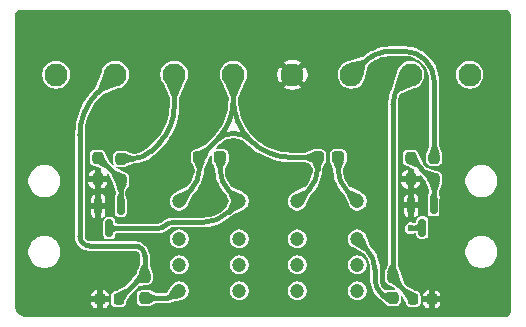
<source format=gbr>
%TF.GenerationSoftware,KiCad,Pcbnew,9.0.1*%
%TF.CreationDate,2025-06-21T16:27:20+02:00*%
%TF.ProjectId,PUTM_EV_CART_INDICATOR,5055544d-5f45-4565-9f43-4152545f494e,rev?*%
%TF.SameCoordinates,Original*%
%TF.FileFunction,Copper,L1,Top*%
%TF.FilePolarity,Positive*%
%FSLAX46Y46*%
G04 Gerber Fmt 4.6, Leading zero omitted, Abs format (unit mm)*
G04 Created by KiCad (PCBNEW 9.0.1) date 2025-06-21 16:27:20*
%MOMM*%
%LPD*%
G01*
G04 APERTURE LIST*
G04 Aperture macros list*
%AMRoundRect*
0 Rectangle with rounded corners*
0 $1 Rounding radius*
0 $2 $3 $4 $5 $6 $7 $8 $9 X,Y pos of 4 corners*
0 Add a 4 corners polygon primitive as box body*
4,1,4,$2,$3,$4,$5,$6,$7,$8,$9,$2,$3,0*
0 Add four circle primitives for the rounded corners*
1,1,$1+$1,$2,$3*
1,1,$1+$1,$4,$5*
1,1,$1+$1,$6,$7*
1,1,$1+$1,$8,$9*
0 Add four rect primitives between the rounded corners*
20,1,$1+$1,$2,$3,$4,$5,0*
20,1,$1+$1,$4,$5,$6,$7,0*
20,1,$1+$1,$6,$7,$8,$9,0*
20,1,$1+$1,$8,$9,$2,$3,0*%
G04 Aperture macros list end*
%TA.AperFunction,SMDPad,CuDef*%
%ADD10RoundRect,0.150000X-0.150000X0.587500X-0.150000X-0.587500X0.150000X-0.587500X0.150000X0.587500X0*%
%TD*%
%TA.AperFunction,ComponentPad*%
%ADD11C,1.200000*%
%TD*%
%TA.AperFunction,SMDPad,CuDef*%
%ADD12RoundRect,0.237500X-0.287500X-0.237500X0.287500X-0.237500X0.287500X0.237500X-0.287500X0.237500X0*%
%TD*%
%TA.AperFunction,SMDPad,CuDef*%
%ADD13RoundRect,0.237500X-0.237500X0.250000X-0.237500X-0.250000X0.237500X-0.250000X0.237500X0.250000X0*%
%TD*%
%TA.AperFunction,SMDPad,CuDef*%
%ADD14RoundRect,0.218750X0.218750X0.256250X-0.218750X0.256250X-0.218750X-0.256250X0.218750X-0.256250X0*%
%TD*%
%TA.AperFunction,SMDPad,CuDef*%
%ADD15RoundRect,0.237500X0.237500X-0.250000X0.237500X0.250000X-0.237500X0.250000X-0.237500X-0.250000X0*%
%TD*%
%TA.AperFunction,SMDPad,CuDef*%
%ADD16RoundRect,0.218750X-0.218750X-0.256250X0.218750X-0.256250X0.218750X0.256250X-0.218750X0.256250X0*%
%TD*%
%TA.AperFunction,ComponentPad*%
%ADD17C,1.950000*%
%TD*%
%TA.AperFunction,ViaPad*%
%ADD18C,0.600000*%
%TD*%
%TA.AperFunction,Conductor*%
%ADD19C,0.400000*%
%TD*%
G04 APERTURE END LIST*
D10*
%TO.P,Q5,1,G*%
%TO.N,Net-(Q5-G)*%
X91450000Y-76125000D03*
%TO.P,Q5,2,S*%
%TO.N,GND*%
X89550000Y-76125000D03*
%TO.P,Q5,3,D*%
%TO.N,Net-(D2-A)*%
X90500000Y-78000000D03*
%TD*%
D11*
%TO.P,K3,1,COIL_1*%
%TO.N,+24V*%
X96420000Y-75700000D03*
%TO.P,K3,2,NC_1*%
%TO.N,unconnected-(K3-NC_1-Pad2)*%
X96420000Y-78900000D03*
%TO.P,K3,3,COM_1*%
%TO.N,+24V*%
X96420000Y-81100000D03*
%TO.P,K3,4,NO_1*%
%TO.N,Net-(K3-NO_1)*%
X96420000Y-83300000D03*
%TO.P,K3,5,NO_2*%
%TO.N,/TSAL_COLUMN*%
X101500000Y-83300000D03*
%TO.P,K3,6,COM_2*%
%TO.N,+24V*%
X101500000Y-81100000D03*
%TO.P,K3,7,NC_2*%
%TO.N,unconnected-(K3-NC_2-Pad7)*%
X101500000Y-78900000D03*
%TO.P,K3,8,COIL_2*%
%TO.N,Net-(D2-A)*%
X101500000Y-75700000D03*
%TD*%
D12*
%TO.P,D2,1,K*%
%TO.N,+24V*%
X98125000Y-72000000D03*
%TO.P,D2,2,A*%
%TO.N,Net-(D2-A)*%
X99875000Y-72000000D03*
%TD*%
D13*
%TO.P,R12,1*%
%TO.N,/TSAL_LED*%
X93500000Y-82087500D03*
%TO.P,R12,2*%
%TO.N,Net-(K3-NO_1)*%
X93500000Y-83912500D03*
%TD*%
D12*
%TO.P,D1,1,K*%
%TO.N,+24V*%
X108125000Y-72000000D03*
%TO.P,D1,2,A*%
%TO.N,Net-(D1-A)*%
X109875000Y-72000000D03*
%TD*%
D11*
%TO.P,K4,1,COIL_1*%
%TO.N,+24V*%
X106420000Y-75700000D03*
%TO.P,K4,2,NC_1*%
%TO.N,/IMD_COLUMN*%
X106420000Y-78900000D03*
%TO.P,K4,3,COM_1*%
%TO.N,+24V*%
X106420000Y-81100000D03*
%TO.P,K4,4,NO_1*%
%TO.N,unconnected-(K4-NO_1-Pad4)*%
X106420000Y-83300000D03*
%TO.P,K4,5,NO_2*%
%TO.N,unconnected-(K4-NO_2-Pad5)*%
X111500000Y-83300000D03*
%TO.P,K4,6,COM_2*%
%TO.N,+24V*%
X111500000Y-81100000D03*
%TO.P,K4,7,NC_2*%
%TO.N,Net-(K4-NC_2)*%
X111500000Y-78900000D03*
%TO.P,K4,8,COIL_2*%
%TO.N,Net-(D1-A)*%
X111500000Y-75700000D03*
%TD*%
D14*
%TO.P,D4,1,K*%
%TO.N,GND*%
X117787500Y-84000000D03*
%TO.P,D4,2,A*%
%TO.N,/IMD_LED*%
X116212500Y-84000000D03*
%TD*%
D13*
%TO.P,R22,1*%
%TO.N,Net-(Q4-G)*%
X116000000Y-72025000D03*
%TO.P,R22,2*%
%TO.N,GND*%
X116000000Y-73850000D03*
%TD*%
D10*
%TO.P,Q4,1,G*%
%TO.N,Net-(Q4-G)*%
X117950000Y-76062500D03*
%TO.P,Q4,2,S*%
%TO.N,GND*%
X116050000Y-76062500D03*
%TO.P,Q4,3,D*%
%TO.N,Net-(D1-A)*%
X117000000Y-77937500D03*
%TD*%
D15*
%TO.P,R6,1*%
%TO.N,Net-(Q5-G)*%
X91500000Y-73937500D03*
%TO.P,R6,2*%
%TO.N,/TSAL_GREEN*%
X91500000Y-72112500D03*
%TD*%
%TO.P,R10,1*%
%TO.N,Net-(Q4-G)*%
X118000000Y-73850000D03*
%TO.P,R10,2*%
%TO.N,/IMD*%
X118000000Y-72025000D03*
%TD*%
D16*
%TO.P,D3,1,K*%
%TO.N,GND*%
X89712500Y-84000000D03*
%TO.P,D3,2,A*%
%TO.N,/TSAL_LED*%
X91287500Y-84000000D03*
%TD*%
D15*
%TO.P,R8,1*%
%TO.N,GND*%
X89500000Y-73850000D03*
%TO.P,R8,2*%
%TO.N,Net-(Q5-G)*%
X89500000Y-72025000D03*
%TD*%
D17*
%TO.P,J1,1,Pin_1*%
%TO.N,/TSAL_COLUMN*%
X86000000Y-65000000D03*
%TO.P,J1,2,Pin_2*%
%TO.N,/TSAL_LED*%
X91000000Y-65000000D03*
%TO.P,J1,3,Pin_3*%
%TO.N,/TSAL_GREEN*%
X96000000Y-65000000D03*
%TO.P,J1,4,Pin_4*%
%TO.N,+24V*%
X101000000Y-65000000D03*
%TO.P,J1,5,Pin_5*%
%TO.N,GND*%
X106000000Y-65000000D03*
%TO.P,J1,6,Pin_6*%
%TO.N,/IMD*%
X111000000Y-65000000D03*
%TO.P,J1,7,Pin_7*%
%TO.N,/IMD_LED*%
X116000000Y-65000000D03*
%TO.P,J1,8,Pin_8*%
%TO.N,/IMD_COLUMN*%
X121000000Y-65000000D03*
%TD*%
D13*
%TO.P,R11,1*%
%TO.N,/IMD_LED*%
X114500000Y-82087500D03*
%TO.P,R11,2*%
%TO.N,Net-(K4-NC_2)*%
X114500000Y-83912500D03*
%TD*%
D18*
%TO.N,GND*%
X109000000Y-82500000D03*
X110000000Y-77000000D03*
X117500000Y-80000000D03*
X100000000Y-78500000D03*
%TO.N,Net-(D1-A)*%
X116000000Y-78000000D03*
%TD*%
D19*
%TO.N,+24V*%
X98125000Y-72997500D02*
X98125000Y-72000000D01*
X97419660Y-74700339D02*
X96420000Y-75700000D01*
X108125000Y-72000000D02*
X105907931Y-72000000D01*
X98125000Y-72000000D02*
X99562500Y-70562500D01*
X101000000Y-67092068D02*
X101000000Y-65000000D01*
X107419660Y-74700339D02*
X106420000Y-75700000D01*
X108125000Y-72000000D02*
X108125000Y-72997500D01*
X108125000Y-72997500D02*
G75*
G02*
X107419665Y-74700344I-2408200J0D01*
G01*
X101000000Y-67092068D02*
G75*
G03*
X102437491Y-70562509I4907900J-32D01*
G01*
X98125000Y-72997500D02*
G75*
G02*
X97419665Y-74700344I-2408200J0D01*
G01*
X99562500Y-70562500D02*
G75*
G03*
X100999987Y-67092068I-3470400J3470400D01*
G01*
X102437500Y-70562500D02*
G75*
G03*
X99562500Y-70562500I-1437500J-1437500D01*
G01*
X102437500Y-70562500D02*
G75*
G03*
X105907931Y-71999987I3470400J3470400D01*
G01*
%TO.N,/TSAL_GREEN*%
X94693749Y-70806249D02*
X94054832Y-71445167D01*
X96000000Y-67652683D02*
X96000000Y-65000000D01*
X92443750Y-72112500D02*
X91500000Y-72112500D01*
X94054832Y-71445167D02*
G75*
G02*
X92443750Y-72112539I-1611132J1611067D01*
G01*
X96000000Y-67652683D02*
G75*
G02*
X94693755Y-70806255I-4459800J-17D01*
G01*
%TO.N,/IMD*%
X112000000Y-64000000D02*
X111000000Y-65000000D01*
X118000000Y-65560660D02*
X118000000Y-72025000D01*
X114414213Y-63000000D02*
X115439339Y-63000000D01*
X117250000Y-63750000D02*
G75*
G03*
X115439339Y-62999984I-1810700J-1810700D01*
G01*
X114414213Y-63000000D02*
G75*
G03*
X111999996Y-63999996I-13J-3414200D01*
G01*
X117250000Y-63750000D02*
G75*
G02*
X118000016Y-65560660I-1810700J-1810700D01*
G01*
%TO.N,/IMD_LED*%
X114500000Y-81987500D02*
X114500000Y-82187500D01*
X114500000Y-81987500D02*
X114500000Y-67560660D01*
X115250000Y-65750000D02*
X116000000Y-65000000D01*
X114570710Y-82358210D02*
X116212500Y-84000000D01*
X115250000Y-65750000D02*
G75*
G03*
X114499954Y-67560660I1810600J-1810700D01*
G01*
X114500000Y-82187500D02*
G75*
G03*
X114570714Y-82358206I241400J0D01*
G01*
%TO.N,/TSAL_LED*%
X88000000Y-78646446D02*
X88000000Y-70121320D01*
X93500000Y-81937500D02*
X93500000Y-80353553D01*
X89500000Y-66500000D02*
X91000000Y-65000000D01*
X88853553Y-79500000D02*
X92646446Y-79500000D01*
X93093933Y-82193566D02*
X91287500Y-84000000D01*
X89500000Y-66500000D02*
G75*
G03*
X88000008Y-70121320I3621300J-3621300D01*
G01*
X93250000Y-79750000D02*
G75*
G03*
X92646446Y-79500022I-603500J-603500D01*
G01*
X88000000Y-78646446D02*
G75*
G03*
X88249984Y-79250016I853500J-54D01*
G01*
X88250000Y-79250000D02*
G75*
G03*
X88853553Y-79500019I603600J603600D01*
G01*
X93500000Y-81937500D02*
G75*
G02*
X93350000Y-82087500I-150000J0D01*
G01*
X93350000Y-82087500D02*
G75*
G03*
X93093940Y-82193573I0J-362100D01*
G01*
X93250000Y-79750000D02*
G75*
G02*
X93500019Y-80353553I-603600J-603600D01*
G01*
%TO.N,Net-(K3-NO_1)*%
X95374397Y-83912500D02*
X93500000Y-83912500D01*
X96113750Y-83606250D02*
X96420000Y-83300000D01*
X96113750Y-83606250D02*
G75*
G02*
X95374397Y-83912499I-739350J739350D01*
G01*
%TO.N,Net-(K4-NC_2)*%
X111500000Y-78950000D02*
X111500000Y-78900000D01*
X111535355Y-79035355D02*
X112250000Y-79750000D01*
X114206250Y-83912500D02*
X114500000Y-83912500D01*
X113000000Y-82354765D02*
X113000000Y-81560660D01*
X113456250Y-83456250D02*
X113704787Y-83704787D01*
X111500000Y-78950000D02*
G75*
G03*
X111535357Y-79035353I120700J0D01*
G01*
X112250000Y-79750000D02*
G75*
G02*
X113000016Y-81560660I-1810700J-1810700D01*
G01*
X113704787Y-83704787D02*
G75*
G03*
X114206250Y-83912528I501513J501487D01*
G01*
X113000000Y-82354765D02*
G75*
G03*
X113456240Y-83456260I1557700J-35D01*
G01*
%TO.N,Net-(Q4-G)*%
X117975000Y-76037500D02*
X117950000Y-76062500D01*
X117763128Y-73788128D02*
X116000000Y-72025000D01*
X118000000Y-75977144D02*
X118000000Y-73937500D01*
X118000000Y-73937500D02*
G75*
G03*
X117912500Y-73850000I-87500J0D01*
G01*
X117763128Y-73788128D02*
G75*
G03*
X117912500Y-73849984I149372J149428D01*
G01*
X118000000Y-75977144D02*
G75*
G02*
X117974987Y-76037487I-85400J44D01*
G01*
%TO.N,Net-(Q5-G)*%
X91450000Y-74022855D02*
X91450000Y-76125000D01*
X89543750Y-72025000D02*
X89500000Y-72025000D01*
X91475000Y-73912500D02*
X89618435Y-72055935D01*
X91475000Y-73962500D02*
G75*
G03*
X91449982Y-74022855I60400J-60400D01*
G01*
X91475000Y-73912500D02*
G75*
G02*
X91475000Y-73962500I-25000J-25000D01*
G01*
X89618435Y-72055935D02*
G75*
G03*
X89543750Y-72025029I-74635J-74665D01*
G01*
%TO.N,Net-(D1-A)*%
X116106694Y-77937500D02*
X117000000Y-77937500D01*
X109875000Y-73037500D02*
X109875000Y-72000000D01*
X110608623Y-74808623D02*
X111500000Y-75700000D01*
X116000000Y-78000000D02*
X116031250Y-77968750D01*
X116106694Y-77937500D02*
G75*
G03*
X116031252Y-77968752I6J-106700D01*
G01*
X109875000Y-73037500D02*
G75*
G03*
X110608633Y-74808613I2504700J0D01*
G01*
%TO.N,Net-(D2-A)*%
X98427207Y-77500000D02*
X95853553Y-77500000D01*
X99875000Y-73037500D02*
X99875000Y-72000000D01*
X94646446Y-78000000D02*
X90500000Y-78000000D01*
X100600000Y-76600000D02*
X101500000Y-75700000D01*
X101500000Y-75700000D02*
X100608623Y-74808623D01*
X99875000Y-73037500D02*
G75*
G03*
X100608633Y-74808613I2504700J0D01*
G01*
X100600000Y-76600000D02*
G75*
G02*
X98427207Y-77500003I-2172800J2172800D01*
G01*
X95250000Y-77750000D02*
G75*
G02*
X94646446Y-78000019I-603600J603600D01*
G01*
X95853553Y-77500000D02*
G75*
G03*
X95249984Y-77749984I-53J-853500D01*
G01*
%TD*%
%TA.AperFunction,Conductor*%
%TO.N,/TSAL_LED*%
G36*
X91849951Y-83166834D02*
G01*
X92120543Y-83437425D01*
X92123970Y-83445698D01*
X92122545Y-83451294D01*
X91730022Y-84171996D01*
X91723055Y-84177623D01*
X91715291Y-84177218D01*
X91291939Y-84002827D01*
X91285594Y-83996507D01*
X91285194Y-83995388D01*
X91146570Y-83534274D01*
X91147470Y-83525367D01*
X91152373Y-83520530D01*
X91836279Y-83164727D01*
X91845199Y-83163949D01*
X91849951Y-83166834D01*
G37*
%TD.AperFunction*%
%TD*%
%TA.AperFunction,Conductor*%
%TO.N,Net-(D1-A)*%
G36*
X109882273Y-72004775D02*
G01*
X110342691Y-72370356D01*
X110347040Y-72378184D01*
X110345967Y-72384575D01*
X110078184Y-72943356D01*
X110071518Y-72949336D01*
X110067633Y-72950000D01*
X109682367Y-72950000D01*
X109674094Y-72946573D01*
X109671816Y-72943356D01*
X109404031Y-72384573D01*
X109403547Y-72375634D01*
X109407305Y-72370358D01*
X109867725Y-72004775D01*
X109876335Y-72002315D01*
X109882273Y-72004775D01*
G37*
%TD.AperFunction*%
%TD*%
%TA.AperFunction,Conductor*%
%TO.N,Net-(D2-A)*%
G36*
X99882273Y-72004775D02*
G01*
X100342691Y-72370356D01*
X100347040Y-72378184D01*
X100345967Y-72384575D01*
X100078184Y-72943356D01*
X100071518Y-72949336D01*
X100067633Y-72950000D01*
X99682367Y-72950000D01*
X99674094Y-72946573D01*
X99671816Y-72943356D01*
X99404031Y-72384573D01*
X99403547Y-72375634D01*
X99407305Y-72370358D01*
X99867725Y-72004775D01*
X99876335Y-72002315D01*
X99882273Y-72004775D01*
G37*
%TD.AperFunction*%
%TD*%
%TA.AperFunction,Conductor*%
%TO.N,Net-(D2-A)*%
G36*
X90806846Y-77702282D02*
G01*
X91092000Y-77797333D01*
X91098765Y-77803201D01*
X91100000Y-77808433D01*
X91100000Y-78191566D01*
X91096573Y-78199839D01*
X91092000Y-78202666D01*
X90806846Y-78297717D01*
X90797914Y-78297082D01*
X90794887Y-78294904D01*
X90507313Y-78008285D01*
X90503873Y-78000019D01*
X90507285Y-77991741D01*
X90794888Y-77705094D01*
X90803165Y-77701682D01*
X90806846Y-77702282D01*
G37*
%TD.AperFunction*%
%TD*%
%TA.AperFunction,Conductor*%
%TO.N,Net-(D1-A)*%
G36*
X116702085Y-77640417D02*
G01*
X116705112Y-77642595D01*
X116992685Y-77929213D01*
X116996126Y-77937481D01*
X116992713Y-77945759D01*
X116992685Y-77945787D01*
X116705112Y-78232404D01*
X116696834Y-78235817D01*
X116693153Y-78235217D01*
X116408000Y-78140166D01*
X116401235Y-78134298D01*
X116400000Y-78129066D01*
X116400000Y-77745933D01*
X116403427Y-77737660D01*
X116407998Y-77734833D01*
X116693153Y-77639782D01*
X116702085Y-77640417D01*
G37*
%TD.AperFunction*%
%TD*%
%TA.AperFunction,Conductor*%
%TO.N,Net-(Q4-G)*%
G36*
X116474015Y-71832360D02*
G01*
X116479920Y-71837805D01*
X116883833Y-72622307D01*
X116884574Y-72631231D01*
X116881704Y-72635936D01*
X116610898Y-72906742D01*
X116602625Y-72910169D01*
X116597333Y-72908904D01*
X115825096Y-72517241D01*
X115819267Y-72510442D01*
X115819435Y-72502690D01*
X115997503Y-72029052D01*
X116003621Y-72022516D01*
X116003954Y-72022372D01*
X116465060Y-71832344D01*
X116474015Y-71832360D01*
G37*
%TD.AperFunction*%
%TD*%
%TA.AperFunction,Conductor*%
%TO.N,Net-(K3-NO_1)*%
G36*
X95930852Y-82973149D02*
G01*
X95930903Y-82973183D01*
X96416951Y-83297284D01*
X96421933Y-83304725D01*
X96421939Y-83304754D01*
X96534802Y-83877052D01*
X96533041Y-83885832D01*
X96525647Y-83890783D01*
X95450995Y-84108616D01*
X95442206Y-84106901D01*
X95437204Y-84099473D01*
X95436973Y-84097365D01*
X95430134Y-83715093D01*
X95432063Y-83708449D01*
X95914644Y-82976476D01*
X95922059Y-82971456D01*
X95930852Y-82973149D01*
G37*
%TD.AperFunction*%
%TD*%
%TA.AperFunction,Conductor*%
%TO.N,/IMD*%
G36*
X112013930Y-63713019D02*
G01*
X112017318Y-63715909D01*
X112258234Y-64018007D01*
X112260713Y-64026612D01*
X112260406Y-64028265D01*
X111959054Y-65179558D01*
X111953644Y-65186693D01*
X111945461Y-65188072D01*
X111006900Y-65002144D01*
X110999451Y-64997175D01*
X110997698Y-64992942D01*
X110811894Y-64054377D01*
X110813649Y-64045596D01*
X110820238Y-64040832D01*
X112005041Y-63711930D01*
X112013930Y-63713019D01*
G37*
%TD.AperFunction*%
%TD*%
%TA.AperFunction,Conductor*%
%TO.N,Net-(K4-NC_2)*%
G36*
X114262809Y-83428415D02*
G01*
X114266185Y-83432554D01*
X114496569Y-83904727D01*
X114497117Y-83913665D01*
X114493296Y-83919047D01*
X114059697Y-84260779D01*
X114051078Y-84263209D01*
X114044731Y-84260377D01*
X113640188Y-83904727D01*
X113498117Y-83779826D01*
X113494166Y-83771790D01*
X113497055Y-83763314D01*
X113497553Y-83762782D01*
X113768772Y-83491563D01*
X113775536Y-83488234D01*
X114254164Y-83426082D01*
X114262809Y-83428415D01*
G37*
%TD.AperFunction*%
%TD*%
%TA.AperFunction,Conductor*%
%TO.N,Net-(Q4-G)*%
G36*
X118007007Y-73854243D02*
G01*
X118449647Y-74185444D01*
X118454219Y-74193144D01*
X118453451Y-74199281D01*
X118202989Y-74805269D01*
X118196662Y-74811606D01*
X118192176Y-74812500D01*
X117807824Y-74812500D01*
X117799551Y-74809073D01*
X117797011Y-74805269D01*
X117546548Y-74199281D01*
X117546555Y-74190326D01*
X117550350Y-74185446D01*
X117992991Y-73854243D01*
X118001668Y-73852031D01*
X118007007Y-73854243D01*
G37*
%TD.AperFunction*%
%TD*%
%TA.AperFunction,Conductor*%
%TO.N,/IMD_LED*%
G36*
X114972884Y-81932894D02*
G01*
X114978729Y-81939608D01*
X115254174Y-82754275D01*
X115253577Y-82763209D01*
X115251363Y-82766295D01*
X114980451Y-83037207D01*
X114972178Y-83040634D01*
X114965672Y-83038658D01*
X114963503Y-83037207D01*
X114281000Y-82580567D01*
X114276029Y-82573119D01*
X114276893Y-82565920D01*
X114497167Y-82091373D01*
X114503757Y-82085313D01*
X114504032Y-82085216D01*
X114963953Y-81932253D01*
X114972884Y-81932894D01*
G37*
%TD.AperFunction*%
%TD*%
%TA.AperFunction,Conductor*%
%TO.N,+24V*%
G36*
X108132273Y-72004775D02*
G01*
X108592691Y-72370356D01*
X108597040Y-72378184D01*
X108595967Y-72384575D01*
X108328184Y-72943356D01*
X108321518Y-72949336D01*
X108317633Y-72950000D01*
X107932367Y-72950000D01*
X107924094Y-72946573D01*
X107921816Y-72943356D01*
X107654031Y-72384573D01*
X107653547Y-72375634D01*
X107657305Y-72370358D01*
X108117725Y-72004775D01*
X108126335Y-72002315D01*
X108132273Y-72004775D01*
G37*
%TD.AperFunction*%
%TD*%
%TA.AperFunction,Conductor*%
%TO.N,/TSAL_GREEN*%
G36*
X96006505Y-65003355D02*
G01*
X96802535Y-65536227D01*
X96807504Y-65543676D01*
X96806738Y-65550656D01*
X96203073Y-66924273D01*
X96196607Y-66930469D01*
X96192362Y-66931266D01*
X95807638Y-66931266D01*
X95799365Y-66927839D01*
X95796927Y-66924273D01*
X95193261Y-65550656D01*
X95193069Y-65541704D01*
X95197461Y-65536228D01*
X95993493Y-65003355D01*
X96002273Y-65001602D01*
X96006505Y-65003355D01*
G37*
%TD.AperFunction*%
%TD*%
%TA.AperFunction,Conductor*%
%TO.N,+24V*%
G36*
X107124754Y-74724003D02*
G01*
X107395996Y-74995244D01*
X107399423Y-75003517D01*
X107398321Y-75008475D01*
X106924644Y-76021024D01*
X106918034Y-76027065D01*
X106909088Y-76026664D01*
X106907562Y-76025805D01*
X106900381Y-76021024D01*
X106421244Y-75702006D01*
X106417993Y-75698755D01*
X106094193Y-75212436D01*
X106092462Y-75203652D01*
X106097449Y-75196214D01*
X106098964Y-75195361D01*
X107111526Y-74721677D01*
X107120469Y-74721277D01*
X107124754Y-74724003D01*
G37*
%TD.AperFunction*%
%TD*%
%TA.AperFunction,Conductor*%
%TO.N,Net-(Q5-G)*%
G36*
X89980297Y-71820552D02*
G01*
X90418232Y-72569652D01*
X90419449Y-72578524D01*
X90416404Y-72583830D01*
X90145561Y-72854673D01*
X90137288Y-72858100D01*
X90132654Y-72857143D01*
X89343600Y-72516776D01*
X89337361Y-72510353D01*
X89337154Y-72502275D01*
X89497652Y-72029127D01*
X89503555Y-72022395D01*
X89503913Y-72022225D01*
X89965418Y-71815776D01*
X89974370Y-71815527D01*
X89980297Y-71820552D01*
G37*
%TD.AperFunction*%
%TD*%
%TA.AperFunction,Conductor*%
%TO.N,+24V*%
G36*
X98132273Y-72004775D02*
G01*
X98592691Y-72370356D01*
X98597040Y-72378184D01*
X98595967Y-72384575D01*
X98328184Y-72943356D01*
X98321518Y-72949336D01*
X98317633Y-72950000D01*
X97932367Y-72950000D01*
X97924094Y-72946573D01*
X97921816Y-72943356D01*
X97654031Y-72384573D01*
X97653547Y-72375634D01*
X97657305Y-72370358D01*
X98117725Y-72004775D01*
X98126335Y-72002315D01*
X98132273Y-72004775D01*
G37*
%TD.AperFunction*%
%TD*%
%TA.AperFunction,Conductor*%
%TO.N,Net-(Q5-G)*%
G36*
X90902666Y-73053595D02*
G01*
X91674903Y-73445258D01*
X91680732Y-73452057D01*
X91680563Y-73459810D01*
X91502497Y-73933445D01*
X91496378Y-73939983D01*
X91496003Y-73940145D01*
X91034939Y-74130155D01*
X91025984Y-74130139D01*
X91020079Y-74124694D01*
X90924063Y-73938207D01*
X90616165Y-73340191D01*
X90615425Y-73331268D01*
X90618293Y-73326565D01*
X90889102Y-73055756D01*
X90897374Y-73052330D01*
X90902666Y-73053595D01*
G37*
%TD.AperFunction*%
%TD*%
%TA.AperFunction,Conductor*%
%TO.N,/IMD_LED*%
G36*
X115663721Y-83164728D02*
G01*
X116347624Y-83520529D01*
X116353382Y-83527387D01*
X116353429Y-83534276D01*
X116214809Y-83995377D01*
X116209145Y-84002314D01*
X116208060Y-84002827D01*
X115784708Y-84177218D01*
X115775754Y-84177201D01*
X115769977Y-84171996D01*
X115677561Y-84002314D01*
X115377454Y-83451295D01*
X115376506Y-83442391D01*
X115379454Y-83437428D01*
X115650049Y-83166833D01*
X115658321Y-83163407D01*
X115663721Y-83164728D01*
G37*
%TD.AperFunction*%
%TD*%
%TA.AperFunction,Conductor*%
%TO.N,Net-(Q4-G)*%
G36*
X118197801Y-75028427D02*
G01*
X118201156Y-75035408D01*
X118249612Y-75471515D01*
X118248408Y-75478121D01*
X117961772Y-76040406D01*
X117954961Y-76046220D01*
X117946034Y-76045516D01*
X117940468Y-76039395D01*
X117886637Y-75903268D01*
X117683799Y-75390333D01*
X117683556Y-75382411D01*
X117797369Y-75033076D01*
X117803190Y-75026271D01*
X117808493Y-75025000D01*
X118189528Y-75025000D01*
X118197801Y-75028427D01*
G37*
%TD.AperFunction*%
%TD*%
%TA.AperFunction,Conductor*%
%TO.N,Net-(D2-A)*%
G36*
X100808472Y-74721677D02*
G01*
X101821024Y-75195355D01*
X101827065Y-75201965D01*
X101826664Y-75210911D01*
X101825805Y-75212437D01*
X101502008Y-75698753D01*
X101498753Y-75702008D01*
X101012437Y-76025805D01*
X101003652Y-76027537D01*
X100996214Y-76022550D01*
X100995358Y-76021029D01*
X100521677Y-75008474D01*
X100521277Y-74999530D01*
X100524001Y-74995247D01*
X100795246Y-74724002D01*
X100803518Y-74720576D01*
X100808472Y-74721677D01*
G37*
%TD.AperFunction*%
%TD*%
%TA.AperFunction,Conductor*%
%TO.N,/IMD_LED*%
G36*
X115992751Y-64997579D02*
G01*
X116000201Y-65002546D01*
X116001956Y-65006781D01*
X116188338Y-65946814D01*
X116186585Y-65955595D01*
X116181294Y-65959917D01*
X114980472Y-66451527D01*
X114971517Y-66451490D01*
X114970962Y-66451240D01*
X114624200Y-66284240D01*
X114618233Y-66277563D01*
X114618044Y-66270425D01*
X114709798Y-65955595D01*
X115040737Y-64820068D01*
X115046342Y-64813085D01*
X115054240Y-64811866D01*
X115992751Y-64997579D01*
G37*
%TD.AperFunction*%
%TD*%
%TA.AperFunction,Conductor*%
%TO.N,/TSAL_LED*%
G36*
X90993025Y-64997771D02*
G01*
X91000474Y-65002740D01*
X91002228Y-65006975D01*
X91188308Y-65946647D01*
X91186554Y-65955428D01*
X91181076Y-65959823D01*
X89782927Y-66504260D01*
X89773975Y-66504068D01*
X89770409Y-66501630D01*
X89498369Y-66229590D01*
X89494942Y-66221317D01*
X89495739Y-66217072D01*
X90040176Y-64818922D01*
X90046372Y-64812457D01*
X90053349Y-64811691D01*
X90993025Y-64997771D01*
G37*
%TD.AperFunction*%
%TD*%
%TA.AperFunction,Conductor*%
%TO.N,/IMD_LED*%
G36*
X114700449Y-81128427D02*
G01*
X114702989Y-81132231D01*
X114953451Y-81738218D01*
X114953444Y-81747173D01*
X114949647Y-81752055D01*
X114507009Y-82083255D01*
X114498332Y-82085468D01*
X114492991Y-82083255D01*
X114050352Y-81752055D01*
X114045780Y-81744355D01*
X114046547Y-81738220D01*
X114297011Y-81132230D01*
X114303338Y-81125894D01*
X114307824Y-81125000D01*
X114692176Y-81125000D01*
X114700449Y-81128427D01*
G37*
%TD.AperFunction*%
%TD*%
%TA.AperFunction,Conductor*%
%TO.N,Net-(Q5-G)*%
G36*
X91648919Y-75090927D02*
G01*
X91652059Y-75096625D01*
X91737725Y-75476301D01*
X91736994Y-75483649D01*
X91460682Y-76102091D01*
X91454179Y-76108246D01*
X91445227Y-76108000D01*
X91439318Y-76102091D01*
X91163005Y-75483649D01*
X91162274Y-75476301D01*
X91247941Y-75096625D01*
X91253105Y-75089309D01*
X91259354Y-75087500D01*
X91640646Y-75087500D01*
X91648919Y-75090927D01*
G37*
%TD.AperFunction*%
%TD*%
%TA.AperFunction,Conductor*%
%TO.N,Net-(Q5-G)*%
G36*
X91507007Y-73941743D02*
G01*
X91949133Y-74272560D01*
X91953705Y-74280259D01*
X91952615Y-74287107D01*
X91653219Y-74893480D01*
X91646483Y-74899381D01*
X91642728Y-74900000D01*
X91258436Y-74900000D01*
X91250163Y-74896573D01*
X91247335Y-74891995D01*
X91045744Y-74286393D01*
X91046382Y-74277461D01*
X91049833Y-74273333D01*
X91492991Y-73941743D01*
X91501668Y-73939531D01*
X91507007Y-73941743D01*
G37*
%TD.AperFunction*%
%TD*%
%TA.AperFunction,Conductor*%
%TO.N,Net-(K3-NO_1)*%
G36*
X93837135Y-83446870D02*
G01*
X94442954Y-83709446D01*
X94449181Y-83715879D01*
X94450000Y-83720180D01*
X94450000Y-84104819D01*
X94446573Y-84113092D01*
X94442953Y-84115554D01*
X93837138Y-84378128D01*
X93828184Y-84378274D01*
X93822908Y-84374113D01*
X93503714Y-83919219D01*
X93501768Y-83910480D01*
X93503715Y-83905780D01*
X93822909Y-83450884D01*
X93830465Y-83446082D01*
X93837135Y-83446870D01*
G37*
%TD.AperFunction*%
%TD*%
%TA.AperFunction,Conductor*%
%TO.N,Net-(Q4-G)*%
G36*
X117345771Y-73083411D02*
G01*
X118136933Y-73358815D01*
X118143620Y-73364772D01*
X118144291Y-73373234D01*
X118002184Y-73845792D01*
X117996520Y-73852728D01*
X117996090Y-73852948D01*
X117534268Y-74077168D01*
X117525329Y-74077699D01*
X117519363Y-74073042D01*
X117375418Y-73852728D01*
X117061194Y-73371794D01*
X117059539Y-73362995D01*
X117062715Y-73357125D01*
X117333653Y-73086187D01*
X117341925Y-73082761D01*
X117345771Y-73083411D01*
G37*
%TD.AperFunction*%
%TD*%
%TA.AperFunction,Conductor*%
%TO.N,+24V*%
G36*
X97124754Y-74724003D02*
G01*
X97395996Y-74995244D01*
X97399423Y-75003517D01*
X97398321Y-75008475D01*
X96924644Y-76021024D01*
X96918034Y-76027065D01*
X96909088Y-76026664D01*
X96907562Y-76025805D01*
X96900381Y-76021024D01*
X96421244Y-75702006D01*
X96417993Y-75698755D01*
X96094193Y-75212436D01*
X96092462Y-75203652D01*
X96097449Y-75196214D01*
X96098964Y-75195361D01*
X97111526Y-74721677D01*
X97120469Y-74721277D01*
X97124754Y-74724003D01*
G37*
%TD.AperFunction*%
%TD*%
%TA.AperFunction,Conductor*%
%TO.N,+24V*%
G36*
X98751001Y-71103320D02*
G01*
X99021835Y-71374154D01*
X99025262Y-71382427D01*
X99024057Y-71387598D01*
X98654285Y-72138053D01*
X98647555Y-72143960D01*
X98640658Y-72144155D01*
X98129799Y-72002236D01*
X98122745Y-71996720D01*
X98122117Y-71995428D01*
X97932315Y-71534868D01*
X97932331Y-71525914D01*
X97937701Y-71520048D01*
X98737299Y-71101228D01*
X98746218Y-71100426D01*
X98751001Y-71103320D01*
G37*
%TD.AperFunction*%
%TD*%
%TA.AperFunction,Conductor*%
%TO.N,Net-(D1-A)*%
G36*
X110808472Y-74721677D02*
G01*
X111821024Y-75195355D01*
X111827065Y-75201965D01*
X111826664Y-75210911D01*
X111825805Y-75212437D01*
X111502008Y-75698753D01*
X111498753Y-75702008D01*
X111012437Y-76025805D01*
X111003652Y-76027537D01*
X110996214Y-76022550D01*
X110995358Y-76021029D01*
X110521677Y-75008474D01*
X110521277Y-74999530D01*
X110524001Y-74995247D01*
X110795246Y-74724002D01*
X110803518Y-74720576D01*
X110808472Y-74721677D01*
G37*
%TD.AperFunction*%
%TD*%
%TA.AperFunction,Conductor*%
%TO.N,Net-(D2-A)*%
G36*
X101010911Y-75373335D02*
G01*
X101012433Y-75374191D01*
X101498755Y-75697993D01*
X101502006Y-75701244D01*
X101825805Y-76187562D01*
X101827537Y-76196347D01*
X101822550Y-76203785D01*
X101821024Y-76204644D01*
X100808476Y-76678321D01*
X100799530Y-76678722D01*
X100795245Y-76675996D01*
X100524003Y-76404754D01*
X100520576Y-76396481D01*
X100521676Y-76391528D01*
X100995356Y-75378973D01*
X101001965Y-75372934D01*
X101010911Y-75373335D01*
G37*
%TD.AperFunction*%
%TD*%
%TA.AperFunction,Conductor*%
%TO.N,/TSAL_LED*%
G36*
X93036683Y-81828336D02*
G01*
X93496210Y-82084288D01*
X93501770Y-82091307D01*
X93501899Y-82091799D01*
X93614185Y-82563304D01*
X93612768Y-82572145D01*
X93605513Y-82577396D01*
X93605203Y-82577465D01*
X92836742Y-82738497D01*
X92827942Y-82736840D01*
X92826069Y-82735319D01*
X92554914Y-82464164D01*
X92551487Y-82455891D01*
X92553862Y-82448825D01*
X92824411Y-82091799D01*
X93021668Y-81831491D01*
X93029395Y-81826968D01*
X93036683Y-81828336D01*
G37*
%TD.AperFunction*%
%TD*%
%TA.AperFunction,Conductor*%
%TO.N,+24V*%
G36*
X101006505Y-65003355D02*
G01*
X101802535Y-65536227D01*
X101807504Y-65543676D01*
X101806738Y-65550656D01*
X101203073Y-66924273D01*
X101196607Y-66930469D01*
X101192362Y-66931266D01*
X100807638Y-66931266D01*
X100799365Y-66927839D01*
X100796927Y-66924273D01*
X100193261Y-65550656D01*
X100193069Y-65541704D01*
X100197461Y-65536228D01*
X100993493Y-65003355D01*
X101002273Y-65001602D01*
X101006505Y-65003355D01*
G37*
%TD.AperFunction*%
%TD*%
%TA.AperFunction,Conductor*%
%TO.N,/TSAL_LED*%
G36*
X93700449Y-81128427D02*
G01*
X93702989Y-81132231D01*
X93953451Y-81738218D01*
X93953444Y-81747173D01*
X93949647Y-81752055D01*
X93507009Y-82083255D01*
X93498332Y-82085468D01*
X93492991Y-82083255D01*
X93050352Y-81752055D01*
X93045780Y-81744355D01*
X93046547Y-81738220D01*
X93297011Y-81132230D01*
X93303338Y-81125894D01*
X93307824Y-81125000D01*
X93692176Y-81125000D01*
X93700449Y-81128427D01*
G37*
%TD.AperFunction*%
%TD*%
%TA.AperFunction,Conductor*%
%TO.N,+24V*%
G36*
X107747602Y-71546378D02*
G01*
X107752118Y-71549710D01*
X108119794Y-71992526D01*
X108122442Y-72001080D01*
X108119794Y-72007474D01*
X107752118Y-72450289D01*
X107744196Y-72454465D01*
X107738647Y-72453628D01*
X107132231Y-72202988D01*
X107125894Y-72196661D01*
X107125000Y-72192175D01*
X107125000Y-71807824D01*
X107128427Y-71799551D01*
X107132229Y-71797011D01*
X107738648Y-71546371D01*
X107747602Y-71546378D01*
G37*
%TD.AperFunction*%
%TD*%
%TA.AperFunction,Conductor*%
%TO.N,/TSAL_GREEN*%
G36*
X91837167Y-71646942D02*
G01*
X92433939Y-71909496D01*
X92440131Y-71915964D01*
X92440926Y-71920033D01*
X92446569Y-72304691D01*
X92443264Y-72313014D01*
X92439544Y-72315589D01*
X91837147Y-72578103D01*
X91828194Y-72578266D01*
X91822897Y-72574098D01*
X91503715Y-72119233D01*
X91501769Y-72110494D01*
X91503713Y-72105798D01*
X91822877Y-71650930D01*
X91830435Y-71646127D01*
X91837167Y-71646942D01*
G37*
%TD.AperFunction*%
%TD*%
%TA.AperFunction,Conductor*%
%TO.N,/IMD*%
G36*
X118200449Y-71065927D02*
G01*
X118202989Y-71069731D01*
X118453451Y-71675718D01*
X118453444Y-71684673D01*
X118449647Y-71689555D01*
X118007009Y-72020755D01*
X117998332Y-72022968D01*
X117992991Y-72020755D01*
X117550352Y-71689555D01*
X117545780Y-71681855D01*
X117546547Y-71675720D01*
X117797011Y-71069730D01*
X117803338Y-71063394D01*
X117807824Y-71062500D01*
X118192176Y-71062500D01*
X118200449Y-71065927D01*
G37*
%TD.AperFunction*%
%TD*%
%TA.AperFunction,Conductor*%
%TO.N,Net-(K4-NC_2)*%
G36*
X112087456Y-78786639D02*
G01*
X112091921Y-78792314D01*
X112390611Y-79603293D01*
X112390255Y-79612241D01*
X112387798Y-79615716D01*
X112112832Y-79883668D01*
X112104515Y-79886988D01*
X112099252Y-79885661D01*
X111178196Y-79404904D01*
X111172448Y-79398038D01*
X111173238Y-79389118D01*
X111173866Y-79388055D01*
X111496606Y-78903334D01*
X111504043Y-78898348D01*
X111504039Y-78898348D01*
X112078675Y-78784880D01*
X112087456Y-78786639D01*
G37*
%TD.AperFunction*%
%TD*%
%TA.AperFunction,Conductor*%
%TO.N,GND*%
G36*
X124004126Y-59500965D02*
G01*
X124014292Y-59502110D01*
X124102873Y-59512091D01*
X124119013Y-59515775D01*
X124208852Y-59547211D01*
X124223781Y-59554400D01*
X124304372Y-59605038D01*
X124317328Y-59615370D01*
X124384629Y-59682671D01*
X124394961Y-59695627D01*
X124445599Y-59776218D01*
X124452788Y-59791147D01*
X124484222Y-59880980D01*
X124487909Y-59897131D01*
X124499035Y-59995873D01*
X124499500Y-60004159D01*
X124499500Y-84995840D01*
X124499035Y-85004126D01*
X124487909Y-85102868D01*
X124484221Y-85119023D01*
X124452788Y-85208852D01*
X124445599Y-85223781D01*
X124394961Y-85304372D01*
X124384629Y-85317328D01*
X124317328Y-85384629D01*
X124304372Y-85394961D01*
X124223781Y-85445599D01*
X124208852Y-85452788D01*
X124135258Y-85478539D01*
X124119021Y-85484221D01*
X124102868Y-85487909D01*
X124004127Y-85499035D01*
X123995841Y-85499500D01*
X83484646Y-85499500D01*
X83484630Y-85499499D01*
X83417433Y-85499499D01*
X83410984Y-85499217D01*
X83261998Y-85486184D01*
X83249295Y-85483945D01*
X83107954Y-85446074D01*
X83095833Y-85441662D01*
X82963219Y-85379824D01*
X82952047Y-85373374D01*
X82832189Y-85289448D01*
X82822308Y-85281157D01*
X82718842Y-85177691D01*
X82710551Y-85167810D01*
X82676390Y-85119023D01*
X82626622Y-85047947D01*
X82620175Y-85036780D01*
X82604948Y-85004126D01*
X82558337Y-84904166D01*
X82553925Y-84892045D01*
X82522564Y-84775000D01*
X82516053Y-84750700D01*
X82513815Y-84738001D01*
X82511477Y-84711279D01*
X82500781Y-84589014D01*
X82500500Y-84582566D01*
X82500500Y-84554115D01*
X82500501Y-84519899D01*
X82500500Y-84519895D01*
X82500500Y-84296863D01*
X88975000Y-84296863D01*
X88985011Y-84380226D01*
X89037323Y-84512882D01*
X89123490Y-84626509D01*
X89237117Y-84712676D01*
X89369773Y-84764988D01*
X89453137Y-84775000D01*
X89462500Y-84775000D01*
X89962500Y-84775000D01*
X89971863Y-84775000D01*
X90055226Y-84764988D01*
X90187882Y-84712676D01*
X90301509Y-84626509D01*
X90387676Y-84512882D01*
X90439988Y-84380226D01*
X90450000Y-84296863D01*
X90450000Y-84250000D01*
X89962500Y-84250000D01*
X89962500Y-84775000D01*
X89462500Y-84775000D01*
X89462500Y-84250000D01*
X88975000Y-84250000D01*
X88975000Y-84296863D01*
X82500500Y-84296863D01*
X82500500Y-83703136D01*
X88975000Y-83703136D01*
X88975000Y-83750000D01*
X89462500Y-83750000D01*
X89962500Y-83750000D01*
X90450000Y-83750000D01*
X90450000Y-83703136D01*
X90439988Y-83619773D01*
X90387676Y-83487117D01*
X90301509Y-83373490D01*
X90187882Y-83287323D01*
X90055226Y-83235011D01*
X89971863Y-83225000D01*
X89962500Y-83225000D01*
X89962500Y-83750000D01*
X89462500Y-83750000D01*
X89462500Y-83225000D01*
X89453137Y-83225000D01*
X89369773Y-83235011D01*
X89237117Y-83287323D01*
X89123490Y-83373490D01*
X89037323Y-83487117D01*
X88985011Y-83619773D01*
X88975000Y-83703136D01*
X82500500Y-83703136D01*
X82500500Y-79893711D01*
X83649500Y-79893711D01*
X83649500Y-80106288D01*
X83682753Y-80316240D01*
X83682756Y-80316253D01*
X83748440Y-80518406D01*
X83844948Y-80707816D01*
X83921475Y-80813146D01*
X83969896Y-80879792D01*
X84120208Y-81030104D01*
X84196705Y-81085682D01*
X84292183Y-81155051D01*
X84383474Y-81201565D01*
X84481588Y-81251557D01*
X84481590Y-81251557D01*
X84481593Y-81251559D01*
X84683746Y-81317243D01*
X84683752Y-81317244D01*
X84683757Y-81317246D01*
X84786323Y-81333491D01*
X84893711Y-81350500D01*
X84893713Y-81350500D01*
X85106289Y-81350500D01*
X85190269Y-81337198D01*
X85316243Y-81317246D01*
X85316250Y-81317243D01*
X85316253Y-81317243D01*
X85518406Y-81251559D01*
X85518406Y-81251558D01*
X85518412Y-81251557D01*
X85707816Y-81155051D01*
X85879792Y-81030104D01*
X86030104Y-80879792D01*
X86155051Y-80707816D01*
X86251557Y-80518412D01*
X86264619Y-80478211D01*
X86317243Y-80316253D01*
X86317243Y-80316250D01*
X86317246Y-80316243D01*
X86350500Y-80106287D01*
X86350500Y-79893713D01*
X86346682Y-79869609D01*
X86319898Y-79700500D01*
X86317246Y-79683757D01*
X86317244Y-79683752D01*
X86317243Y-79683746D01*
X86251559Y-79481593D01*
X86251557Y-79481590D01*
X86251557Y-79481588D01*
X86201565Y-79383474D01*
X86155051Y-79292183D01*
X86081795Y-79191355D01*
X86030104Y-79120208D01*
X85879792Y-78969896D01*
X85788803Y-78903789D01*
X85707816Y-78844948D01*
X85518406Y-78748440D01*
X85316253Y-78682756D01*
X85316240Y-78682753D01*
X85106289Y-78649500D01*
X85106287Y-78649500D01*
X84893713Y-78649500D01*
X84893711Y-78649500D01*
X84683759Y-78682753D01*
X84683746Y-78682756D01*
X84481593Y-78748440D01*
X84292183Y-78844948D01*
X84164109Y-78938000D01*
X84120208Y-78969896D01*
X83969896Y-79120208D01*
X83969893Y-79120211D01*
X83969893Y-79120212D01*
X83844948Y-79292183D01*
X83748440Y-79481593D01*
X83682756Y-79683746D01*
X83682753Y-79683759D01*
X83649500Y-79893711D01*
X82500500Y-79893711D01*
X82500500Y-73893711D01*
X83649500Y-73893711D01*
X83649500Y-74106288D01*
X83682753Y-74316240D01*
X83682756Y-74316253D01*
X83748440Y-74518406D01*
X83748442Y-74518411D01*
X83748443Y-74518412D01*
X83752015Y-74525423D01*
X83844948Y-74707816D01*
X83921475Y-74813146D01*
X83969896Y-74879792D01*
X84120208Y-75030104D01*
X84186421Y-75078210D01*
X84292183Y-75155051D01*
X84360206Y-75189710D01*
X84481588Y-75251557D01*
X84481590Y-75251557D01*
X84481593Y-75251559D01*
X84683746Y-75317243D01*
X84683752Y-75317244D01*
X84683757Y-75317246D01*
X84788735Y-75333873D01*
X84893711Y-75350500D01*
X84893713Y-75350500D01*
X85106289Y-75350500D01*
X85190269Y-75337198D01*
X85316243Y-75317246D01*
X85316250Y-75317243D01*
X85316253Y-75317243D01*
X85518406Y-75251559D01*
X85518406Y-75251558D01*
X85518412Y-75251557D01*
X85707816Y-75155051D01*
X85879792Y-75030104D01*
X86030104Y-74879792D01*
X86155051Y-74707816D01*
X86251557Y-74518412D01*
X86275998Y-74443190D01*
X86317243Y-74316253D01*
X86317243Y-74316250D01*
X86317246Y-74316243D01*
X86350500Y-74106287D01*
X86350500Y-73893713D01*
X86317246Y-73683757D01*
X86317244Y-73683752D01*
X86317243Y-73683746D01*
X86251559Y-73481593D01*
X86251557Y-73481590D01*
X86251557Y-73481588D01*
X86195526Y-73371621D01*
X86155051Y-73292183D01*
X86062484Y-73164776D01*
X86030104Y-73120208D01*
X85879792Y-72969896D01*
X85811875Y-72920552D01*
X85707816Y-72844948D01*
X85518406Y-72748440D01*
X85316253Y-72682756D01*
X85316240Y-72682753D01*
X85106289Y-72649500D01*
X85106287Y-72649500D01*
X84893713Y-72649500D01*
X84893711Y-72649500D01*
X84683759Y-72682753D01*
X84683746Y-72682756D01*
X84481593Y-72748440D01*
X84292183Y-72844948D01*
X84147002Y-72950429D01*
X84120208Y-72969896D01*
X83969896Y-73120208D01*
X83969893Y-73120211D01*
X83969893Y-73120212D01*
X83844948Y-73292183D01*
X83748440Y-73481593D01*
X83682756Y-73683746D01*
X83682753Y-73683759D01*
X83649500Y-73893711D01*
X82500500Y-73893711D01*
X82500500Y-69904368D01*
X87599500Y-69904368D01*
X87599500Y-78703744D01*
X87599518Y-78704038D01*
X87599517Y-78734850D01*
X87599517Y-78745119D01*
X87622730Y-78891726D01*
X87630388Y-78940091D01*
X87691376Y-79127820D01*
X87780990Y-79303707D01*
X87897012Y-79463403D01*
X87897014Y-79463405D01*
X87926086Y-79492477D01*
X87926087Y-79492479D01*
X87966804Y-79533196D01*
X88007521Y-79573913D01*
X88007575Y-79573942D01*
X88011377Y-79577743D01*
X88011377Y-79577744D01*
X88011384Y-79577750D01*
X88036603Y-79602969D01*
X88196291Y-79718992D01*
X88372161Y-79808607D01*
X88559884Y-79869609D01*
X88754838Y-79900495D01*
X88800816Y-79900497D01*
X88800826Y-79900500D01*
X88853531Y-79900500D01*
X88911114Y-79900503D01*
X88911117Y-79900501D01*
X88916492Y-79900502D01*
X88916533Y-79900500D01*
X92588878Y-79900500D01*
X92588888Y-79900503D01*
X92642843Y-79900500D01*
X92650086Y-79900855D01*
X92727602Y-79908486D01*
X92741822Y-79911313D01*
X92812874Y-79932863D01*
X92826267Y-79938411D01*
X92891738Y-79973404D01*
X92903801Y-79981464D01*
X92961100Y-80028488D01*
X92971357Y-80038745D01*
X93018528Y-80096222D01*
X93026587Y-80108283D01*
X93061586Y-80173758D01*
X93067138Y-80187160D01*
X93088693Y-80258210D01*
X93091523Y-80272436D01*
X93099143Y-80349759D01*
X93099500Y-80357016D01*
X93099500Y-81057414D01*
X93093889Y-81085680D01*
X92969119Y-81387557D01*
X92856630Y-81659723D01*
X92856628Y-81659727D01*
X92844954Y-81703938D01*
X92843253Y-81709486D01*
X92835917Y-81730451D01*
X92825049Y-81750703D01*
X92390078Y-82324707D01*
X92388192Y-82328273D01*
X92375104Y-82346000D01*
X91743758Y-82977346D01*
X91725585Y-82990667D01*
X91236057Y-83245346D01*
X91155372Y-83287323D01*
X91099968Y-83316147D01*
X91065815Y-83324500D01*
X91035753Y-83324500D01*
X90937579Y-83340048D01*
X90937579Y-83340049D01*
X90819250Y-83400340D01*
X90725340Y-83494250D01*
X90665049Y-83612579D01*
X90665048Y-83612579D01*
X90649500Y-83710753D01*
X90649500Y-84289246D01*
X90665049Y-84387420D01*
X90725340Y-84505749D01*
X90819250Y-84599659D01*
X90871947Y-84626509D01*
X90937579Y-84659950D01*
X90937579Y-84659951D01*
X91035753Y-84675500D01*
X91035754Y-84675500D01*
X91539247Y-84675500D01*
X91637420Y-84659951D01*
X91755751Y-84599658D01*
X91849658Y-84505751D01*
X91909951Y-84387420D01*
X91925500Y-84289246D01*
X91925500Y-84261574D01*
X91934513Y-84226180D01*
X91940466Y-84215250D01*
X92270248Y-83609744D01*
X92824500Y-83609744D01*
X92824500Y-84215256D01*
X92827275Y-84244849D01*
X92827275Y-84244851D01*
X92827276Y-84244854D01*
X92870882Y-84369473D01*
X92884128Y-84387420D01*
X92949289Y-84475711D01*
X93009149Y-84519889D01*
X93055526Y-84554117D01*
X93180145Y-84597723D01*
X93180151Y-84597725D01*
X93209744Y-84600500D01*
X93209751Y-84600500D01*
X93790249Y-84600500D01*
X93790256Y-84600500D01*
X93819849Y-84597725D01*
X93887669Y-84573992D01*
X93896461Y-84571515D01*
X93918861Y-84566680D01*
X94490075Y-84319102D01*
X94519503Y-84313000D01*
X95430374Y-84313000D01*
X95430413Y-84312998D01*
X95469178Y-84312998D01*
X95491798Y-84310020D01*
X95491820Y-84310020D01*
X95491858Y-84310012D01*
X95493663Y-84309774D01*
X95493983Y-84309758D01*
X95494644Y-84309645D01*
X95657122Y-84288256D01*
X95657124Y-84288255D01*
X95657127Y-84288255D01*
X95711056Y-84273804D01*
X95834902Y-84240619D01*
X95839307Y-84239583D01*
X96525461Y-84100500D01*
X96566468Y-84092188D01*
X96566469Y-84092187D01*
X96566472Y-84092187D01*
X96583245Y-84085193D01*
X96597278Y-84080919D01*
X96636701Y-84073077D01*
X96653488Y-84069739D01*
X96653489Y-84069738D01*
X96653497Y-84069737D01*
X96799179Y-84009394D01*
X96930289Y-83921789D01*
X97041789Y-83810289D01*
X97129394Y-83679179D01*
X97189737Y-83533497D01*
X97220500Y-83378842D01*
X97220500Y-83221159D01*
X100699500Y-83221159D01*
X100699500Y-83378840D01*
X100730261Y-83533491D01*
X100730264Y-83533501D01*
X100790603Y-83679174D01*
X100790605Y-83679177D01*
X100790606Y-83679179D01*
X100878211Y-83810289D01*
X100989711Y-83921789D01*
X101120821Y-84009394D01*
X101120826Y-84009396D01*
X101120825Y-84009396D01*
X101266498Y-84069735D01*
X101266503Y-84069737D01*
X101421158Y-84100500D01*
X101421160Y-84100500D01*
X101578840Y-84100500D01*
X101578842Y-84100500D01*
X101733497Y-84069737D01*
X101879179Y-84009394D01*
X102010289Y-83921789D01*
X102121789Y-83810289D01*
X102209394Y-83679179D01*
X102269737Y-83533497D01*
X102300500Y-83378842D01*
X102300500Y-83221159D01*
X105619500Y-83221159D01*
X105619500Y-83378840D01*
X105650261Y-83533491D01*
X105650264Y-83533501D01*
X105710603Y-83679174D01*
X105710605Y-83679177D01*
X105710606Y-83679179D01*
X105798211Y-83810289D01*
X105909711Y-83921789D01*
X106040821Y-84009394D01*
X106040826Y-84009396D01*
X106040825Y-84009396D01*
X106186498Y-84069735D01*
X106186503Y-84069737D01*
X106341158Y-84100500D01*
X106341160Y-84100500D01*
X106498840Y-84100500D01*
X106498842Y-84100500D01*
X106653497Y-84069737D01*
X106799179Y-84009394D01*
X106930289Y-83921789D01*
X107041789Y-83810289D01*
X107129394Y-83679179D01*
X107189737Y-83533497D01*
X107220500Y-83378842D01*
X107220500Y-83221159D01*
X110699500Y-83221159D01*
X110699500Y-83378840D01*
X110730261Y-83533491D01*
X110730264Y-83533501D01*
X110790603Y-83679174D01*
X110790605Y-83679177D01*
X110790606Y-83679179D01*
X110878211Y-83810289D01*
X110989711Y-83921789D01*
X111120821Y-84009394D01*
X111120826Y-84009396D01*
X111120825Y-84009396D01*
X111266498Y-84069735D01*
X111266503Y-84069737D01*
X111421158Y-84100500D01*
X111421160Y-84100500D01*
X111578840Y-84100500D01*
X111578842Y-84100500D01*
X111733497Y-84069737D01*
X111879179Y-84009394D01*
X112010289Y-83921789D01*
X112121789Y-83810289D01*
X112209394Y-83679179D01*
X112269737Y-83533497D01*
X112300500Y-83378842D01*
X112300500Y-83221158D01*
X112269737Y-83066503D01*
X112254621Y-83030010D01*
X112209396Y-82920825D01*
X112209395Y-82920823D01*
X112209394Y-82920821D01*
X112121789Y-82789711D01*
X112010289Y-82678211D01*
X111879179Y-82590606D01*
X111879175Y-82590604D01*
X111879173Y-82590603D01*
X111879174Y-82590603D01*
X111733501Y-82530264D01*
X111733491Y-82530261D01*
X111629925Y-82509661D01*
X111578842Y-82499500D01*
X111421158Y-82499500D01*
X111377315Y-82508220D01*
X111266508Y-82530261D01*
X111266498Y-82530264D01*
X111120825Y-82590603D01*
X110989711Y-82678210D01*
X110989710Y-82678212D01*
X110878212Y-82789710D01*
X110878210Y-82789711D01*
X110790603Y-82920825D01*
X110730264Y-83066498D01*
X110730261Y-83066508D01*
X110699500Y-83221159D01*
X107220500Y-83221159D01*
X107220500Y-83221158D01*
X107189737Y-83066503D01*
X107174621Y-83030010D01*
X107129396Y-82920825D01*
X107129395Y-82920823D01*
X107129394Y-82920821D01*
X107041789Y-82789711D01*
X106930289Y-82678211D01*
X106799179Y-82590606D01*
X106799175Y-82590604D01*
X106799173Y-82590603D01*
X106799174Y-82590603D01*
X106653501Y-82530264D01*
X106653491Y-82530261D01*
X106549925Y-82509661D01*
X106498842Y-82499500D01*
X106341158Y-82499500D01*
X106297315Y-82508220D01*
X106186508Y-82530261D01*
X106186498Y-82530264D01*
X106040825Y-82590603D01*
X105909711Y-82678210D01*
X105909710Y-82678212D01*
X105798212Y-82789710D01*
X105798210Y-82789711D01*
X105710603Y-82920825D01*
X105650264Y-83066498D01*
X105650261Y-83066508D01*
X105619500Y-83221159D01*
X102300500Y-83221159D01*
X102300500Y-83221158D01*
X102269737Y-83066503D01*
X102254621Y-83030010D01*
X102209396Y-82920825D01*
X102209395Y-82920823D01*
X102209394Y-82920821D01*
X102121789Y-82789711D01*
X102010289Y-82678211D01*
X101879179Y-82590606D01*
X101879175Y-82590604D01*
X101879173Y-82590603D01*
X101879174Y-82590603D01*
X101733501Y-82530264D01*
X101733491Y-82530261D01*
X101629925Y-82509661D01*
X101578842Y-82499500D01*
X101421158Y-82499500D01*
X101377315Y-82508220D01*
X101266508Y-82530261D01*
X101266498Y-82530264D01*
X101120825Y-82590603D01*
X100989711Y-82678210D01*
X100989710Y-82678212D01*
X100878212Y-82789710D01*
X100878210Y-82789711D01*
X100790603Y-82920825D01*
X100730264Y-83066498D01*
X100730261Y-83066508D01*
X100699500Y-83221159D01*
X97220500Y-83221159D01*
X97220500Y-83221158D01*
X97189737Y-83066503D01*
X97174621Y-83030010D01*
X97129396Y-82920825D01*
X97129395Y-82920823D01*
X97129394Y-82920821D01*
X97041789Y-82789711D01*
X96930289Y-82678211D01*
X96799179Y-82590606D01*
X96799175Y-82590604D01*
X96799173Y-82590603D01*
X96799174Y-82590603D01*
X96653501Y-82530264D01*
X96653491Y-82530261D01*
X96549925Y-82509661D01*
X96498842Y-82499500D01*
X96341158Y-82499500D01*
X96297315Y-82508220D01*
X96186508Y-82530261D01*
X96186498Y-82530264D01*
X96040825Y-82590603D01*
X95909711Y-82678210D01*
X95909710Y-82678211D01*
X95798209Y-82789713D01*
X95798206Y-82789716D01*
X95765299Y-82838966D01*
X95756418Y-82849856D01*
X95743076Y-82863363D01*
X95743074Y-82863364D01*
X95337370Y-83478732D01*
X95290473Y-83510488D01*
X95275589Y-83512000D01*
X94519501Y-83512000D01*
X94490073Y-83505897D01*
X93918856Y-83258318D01*
X93893264Y-83251419D01*
X93876667Y-83246945D01*
X93871495Y-83245346D01*
X93819851Y-83227275D01*
X93812450Y-83226581D01*
X93790256Y-83224500D01*
X93209744Y-83224500D01*
X93180151Y-83227275D01*
X93180149Y-83227275D01*
X93180145Y-83227276D01*
X93055526Y-83270882D01*
X92949290Y-83349288D01*
X92949288Y-83349290D01*
X92870882Y-83455526D01*
X92827276Y-83580145D01*
X92827275Y-83580149D01*
X92827275Y-83580151D01*
X92824500Y-83609744D01*
X92270248Y-83609744D01*
X92296359Y-83561802D01*
X92309016Y-83544874D01*
X92908061Y-82945829D01*
X92945206Y-82925730D01*
X93647350Y-82778596D01*
X93649851Y-82778056D01*
X93650161Y-82777987D01*
X93650164Y-82777985D01*
X93653404Y-82777265D01*
X93669471Y-82775500D01*
X93790249Y-82775500D01*
X93790256Y-82775500D01*
X93819849Y-82772725D01*
X93876532Y-82752890D01*
X93944473Y-82729117D01*
X93944473Y-82729116D01*
X93944475Y-82729116D01*
X94050711Y-82650711D01*
X94129116Y-82544475D01*
X94132151Y-82535803D01*
X94172723Y-82419854D01*
X94172722Y-82419854D01*
X94172725Y-82419849D01*
X94175500Y-82390256D01*
X94175500Y-81784744D01*
X94172725Y-81755151D01*
X94150358Y-81691233D01*
X94147621Y-81681190D01*
X94143369Y-81659723D01*
X93906111Y-81085682D01*
X93900500Y-81057416D01*
X93900500Y-81021159D01*
X95619500Y-81021159D01*
X95619500Y-81178840D01*
X95650261Y-81333491D01*
X95650264Y-81333501D01*
X95710603Y-81479174D01*
X95764863Y-81560381D01*
X95798211Y-81610289D01*
X95909711Y-81721789D01*
X96040821Y-81809394D01*
X96040826Y-81809396D01*
X96040825Y-81809396D01*
X96181863Y-81867815D01*
X96186503Y-81869737D01*
X96341158Y-81900500D01*
X96341160Y-81900500D01*
X96498840Y-81900500D01*
X96498842Y-81900500D01*
X96653497Y-81869737D01*
X96799179Y-81809394D01*
X96930289Y-81721789D01*
X97041789Y-81610289D01*
X97129394Y-81479179D01*
X97189737Y-81333497D01*
X97220500Y-81178842D01*
X97220500Y-81021159D01*
X100699500Y-81021159D01*
X100699500Y-81178840D01*
X100730261Y-81333491D01*
X100730264Y-81333501D01*
X100790603Y-81479174D01*
X100844863Y-81560381D01*
X100878211Y-81610289D01*
X100989711Y-81721789D01*
X101120821Y-81809394D01*
X101120826Y-81809396D01*
X101120825Y-81809396D01*
X101261863Y-81867815D01*
X101266503Y-81869737D01*
X101421158Y-81900500D01*
X101421160Y-81900500D01*
X101578840Y-81900500D01*
X101578842Y-81900500D01*
X101733497Y-81869737D01*
X101879179Y-81809394D01*
X102010289Y-81721789D01*
X102121789Y-81610289D01*
X102209394Y-81479179D01*
X102269737Y-81333497D01*
X102300500Y-81178842D01*
X102300500Y-81021159D01*
X105619500Y-81021159D01*
X105619500Y-81178840D01*
X105650261Y-81333491D01*
X105650264Y-81333501D01*
X105710603Y-81479174D01*
X105764863Y-81560381D01*
X105798211Y-81610289D01*
X105909711Y-81721789D01*
X106040821Y-81809394D01*
X106040826Y-81809396D01*
X106040825Y-81809396D01*
X106181863Y-81867815D01*
X106186503Y-81869737D01*
X106341158Y-81900500D01*
X106341160Y-81900500D01*
X106498840Y-81900500D01*
X106498842Y-81900500D01*
X106653497Y-81869737D01*
X106799179Y-81809394D01*
X106930289Y-81721789D01*
X107041789Y-81610289D01*
X107129394Y-81479179D01*
X107189737Y-81333497D01*
X107220500Y-81178842D01*
X107220500Y-81021159D01*
X110699500Y-81021159D01*
X110699500Y-81178840D01*
X110730261Y-81333491D01*
X110730264Y-81333501D01*
X110790603Y-81479174D01*
X110844863Y-81560381D01*
X110878211Y-81610289D01*
X110989711Y-81721789D01*
X111120821Y-81809394D01*
X111120826Y-81809396D01*
X111120825Y-81809396D01*
X111261863Y-81867815D01*
X111266503Y-81869737D01*
X111421158Y-81900500D01*
X111421160Y-81900500D01*
X111578840Y-81900500D01*
X111578842Y-81900500D01*
X111733497Y-81869737D01*
X111879179Y-81809394D01*
X112010289Y-81721789D01*
X112121789Y-81610289D01*
X112209394Y-81479179D01*
X112269737Y-81333497D01*
X112300500Y-81178842D01*
X112300500Y-81021158D01*
X112269737Y-80866503D01*
X112209394Y-80720821D01*
X112121789Y-80589711D01*
X112010289Y-80478211D01*
X111879179Y-80390606D01*
X111879175Y-80390604D01*
X111879173Y-80390603D01*
X111879174Y-80390603D01*
X111733501Y-80330264D01*
X111733491Y-80330261D01*
X111629925Y-80309661D01*
X111578842Y-80299500D01*
X111421158Y-80299500D01*
X111377315Y-80308220D01*
X111266508Y-80330261D01*
X111266498Y-80330264D01*
X111120825Y-80390603D01*
X110989711Y-80478210D01*
X110989710Y-80478212D01*
X110878212Y-80589710D01*
X110878210Y-80589711D01*
X110790603Y-80720825D01*
X110730264Y-80866498D01*
X110730261Y-80866508D01*
X110699500Y-81021159D01*
X107220500Y-81021159D01*
X107220500Y-81021158D01*
X107189737Y-80866503D01*
X107129394Y-80720821D01*
X107041789Y-80589711D01*
X106930289Y-80478211D01*
X106799179Y-80390606D01*
X106799175Y-80390604D01*
X106799173Y-80390603D01*
X106799174Y-80390603D01*
X106653501Y-80330264D01*
X106653491Y-80330261D01*
X106549925Y-80309661D01*
X106498842Y-80299500D01*
X106341158Y-80299500D01*
X106297315Y-80308220D01*
X106186508Y-80330261D01*
X106186498Y-80330264D01*
X106040825Y-80390603D01*
X105909711Y-80478210D01*
X105909710Y-80478212D01*
X105798212Y-80589710D01*
X105798210Y-80589711D01*
X105710603Y-80720825D01*
X105650264Y-80866498D01*
X105650261Y-80866508D01*
X105619500Y-81021159D01*
X102300500Y-81021159D01*
X102300500Y-81021158D01*
X102269737Y-80866503D01*
X102209394Y-80720821D01*
X102121789Y-80589711D01*
X102010289Y-80478211D01*
X101879179Y-80390606D01*
X101879175Y-80390604D01*
X101879173Y-80390603D01*
X101879174Y-80390603D01*
X101733501Y-80330264D01*
X101733491Y-80330261D01*
X101629925Y-80309661D01*
X101578842Y-80299500D01*
X101421158Y-80299500D01*
X101377315Y-80308220D01*
X101266508Y-80330261D01*
X101266498Y-80330264D01*
X101120825Y-80390603D01*
X100989711Y-80478210D01*
X100989710Y-80478212D01*
X100878212Y-80589710D01*
X100878210Y-80589711D01*
X100790603Y-80720825D01*
X100730264Y-80866498D01*
X100730261Y-80866508D01*
X100699500Y-81021159D01*
X97220500Y-81021159D01*
X97220500Y-81021158D01*
X97189737Y-80866503D01*
X97129394Y-80720821D01*
X97041789Y-80589711D01*
X96930289Y-80478211D01*
X96799179Y-80390606D01*
X96799175Y-80390604D01*
X96799173Y-80390603D01*
X96799174Y-80390603D01*
X96653501Y-80330264D01*
X96653491Y-80330261D01*
X96549925Y-80309661D01*
X96498842Y-80299500D01*
X96341158Y-80299500D01*
X96297315Y-80308220D01*
X96186508Y-80330261D01*
X96186498Y-80330264D01*
X96040825Y-80390603D01*
X95909711Y-80478210D01*
X95909710Y-80478212D01*
X95798212Y-80589710D01*
X95798210Y-80589711D01*
X95710603Y-80720825D01*
X95650264Y-80866498D01*
X95650261Y-80866508D01*
X95619500Y-81021159D01*
X93900500Y-81021159D01*
X93900500Y-80416533D01*
X93900502Y-80416492D01*
X93900501Y-80411117D01*
X93900503Y-80411114D01*
X93900501Y-80384202D01*
X93900520Y-80384155D01*
X93900518Y-80349759D01*
X93900514Y-80254837D01*
X93869627Y-80059879D01*
X93808624Y-79872153D01*
X93719008Y-79696281D01*
X93602984Y-79536591D01*
X93554885Y-79488493D01*
X93554863Y-79488439D01*
X93463418Y-79396995D01*
X93303721Y-79280971D01*
X93127828Y-79191355D01*
X92999574Y-79149688D01*
X92940092Y-79130364D01*
X92745121Y-79099494D01*
X92745117Y-79099494D01*
X92646421Y-79099500D01*
X88857209Y-79099500D01*
X88849953Y-79099143D01*
X88840428Y-79098204D01*
X88772440Y-79091504D01*
X88758215Y-79088674D01*
X88687166Y-79067119D01*
X88673769Y-79061570D01*
X88608286Y-79026567D01*
X88596234Y-79018513D01*
X88547895Y-78978842D01*
X88538770Y-78971353D01*
X88528514Y-78961097D01*
X88481483Y-78903789D01*
X88473423Y-78891726D01*
X88438435Y-78826264D01*
X88432884Y-78812860D01*
X88411338Y-78741822D01*
X88408509Y-78727599D01*
X88400855Y-78649849D01*
X88400500Y-78642609D01*
X88400503Y-78588888D01*
X88400500Y-78588877D01*
X88400500Y-77379235D01*
X89999500Y-77379235D01*
X89999500Y-78620764D01*
X90009427Y-78688893D01*
X90009427Y-78688894D01*
X90060801Y-78793982D01*
X90060802Y-78793983D01*
X90143517Y-78876698D01*
X90248607Y-78928073D01*
X90316740Y-78938000D01*
X90316746Y-78938000D01*
X90683254Y-78938000D01*
X90683260Y-78938000D01*
X90751393Y-78928073D01*
X90856483Y-78876698D01*
X90912023Y-78821158D01*
X95619500Y-78821158D01*
X95619500Y-78978842D01*
X95628994Y-79026572D01*
X95650261Y-79133491D01*
X95650264Y-79133501D01*
X95710603Y-79279174D01*
X95710605Y-79279177D01*
X95710606Y-79279179D01*
X95719295Y-79292183D01*
X95789329Y-79396997D01*
X95798211Y-79410289D01*
X95909711Y-79521789D01*
X96040821Y-79609394D01*
X96040826Y-79609396D01*
X96040825Y-79609396D01*
X96186498Y-79669735D01*
X96186503Y-79669737D01*
X96341158Y-79700500D01*
X96341160Y-79700500D01*
X96498840Y-79700500D01*
X96498842Y-79700500D01*
X96653497Y-79669737D01*
X96799179Y-79609394D01*
X96930289Y-79521789D01*
X97041789Y-79410289D01*
X97129394Y-79279179D01*
X97189737Y-79133497D01*
X97220500Y-78978842D01*
X97220500Y-78821158D01*
X100699500Y-78821158D01*
X100699500Y-78978842D01*
X100708994Y-79026572D01*
X100730261Y-79133491D01*
X100730264Y-79133501D01*
X100790603Y-79279174D01*
X100790605Y-79279177D01*
X100790606Y-79279179D01*
X100799295Y-79292183D01*
X100869329Y-79396997D01*
X100878211Y-79410289D01*
X100989711Y-79521789D01*
X101120821Y-79609394D01*
X101120826Y-79609396D01*
X101120825Y-79609396D01*
X101266498Y-79669735D01*
X101266503Y-79669737D01*
X101421158Y-79700500D01*
X101421160Y-79700500D01*
X101578840Y-79700500D01*
X101578842Y-79700500D01*
X101733497Y-79669737D01*
X101879179Y-79609394D01*
X102010289Y-79521789D01*
X102121789Y-79410289D01*
X102209394Y-79279179D01*
X102269737Y-79133497D01*
X102300500Y-78978842D01*
X102300500Y-78821158D01*
X105619500Y-78821158D01*
X105619500Y-78978842D01*
X105628994Y-79026572D01*
X105650261Y-79133491D01*
X105650264Y-79133501D01*
X105710603Y-79279174D01*
X105710605Y-79279177D01*
X105710606Y-79279179D01*
X105719295Y-79292183D01*
X105789329Y-79396997D01*
X105798211Y-79410289D01*
X105909711Y-79521789D01*
X106040821Y-79609394D01*
X106040826Y-79609396D01*
X106040825Y-79609396D01*
X106186498Y-79669735D01*
X106186503Y-79669737D01*
X106341158Y-79700500D01*
X106341160Y-79700500D01*
X106498840Y-79700500D01*
X106498842Y-79700500D01*
X106653497Y-79669737D01*
X106799179Y-79609394D01*
X106930289Y-79521789D01*
X107041789Y-79410289D01*
X107129394Y-79279179D01*
X107189737Y-79133497D01*
X107220500Y-78978842D01*
X107220500Y-78821158D01*
X110699500Y-78821158D01*
X110699500Y-78978842D01*
X110708994Y-79026572D01*
X110730261Y-79133491D01*
X110730264Y-79133501D01*
X110790603Y-79279174D01*
X110790605Y-79279177D01*
X110790606Y-79279179D01*
X110799295Y-79292183D01*
X110869329Y-79396997D01*
X110878211Y-79410289D01*
X110989711Y-79521789D01*
X111061924Y-79570040D01*
X111083107Y-79587080D01*
X111102840Y-79597380D01*
X111106161Y-79599599D01*
X111106166Y-79599602D01*
X111120821Y-79609394D01*
X111120823Y-79609395D01*
X111120825Y-79609396D01*
X111120823Y-79609396D01*
X111142197Y-79618248D01*
X111148116Y-79621012D01*
X111700239Y-79909200D01*
X111980207Y-80055333D01*
X112001143Y-80071624D01*
X112104393Y-80187160D01*
X112125453Y-80210725D01*
X112130623Y-80217208D01*
X112210841Y-80330264D01*
X112265996Y-80407997D01*
X112270411Y-80415024D01*
X112383569Y-80619766D01*
X112387170Y-80627242D01*
X112476694Y-80843365D01*
X112479435Y-80851197D01*
X112544201Y-81075996D01*
X112546047Y-81084087D01*
X112585232Y-81314700D01*
X112586162Y-81322946D01*
X112599384Y-81558315D01*
X112599500Y-81562465D01*
X112599500Y-82412011D01*
X112599512Y-82412218D01*
X112599512Y-82483105D01*
X112633012Y-82737605D01*
X112633013Y-82737612D01*
X112699446Y-82985560D01*
X112699448Y-82985565D01*
X112793735Y-83213201D01*
X112797680Y-83222725D01*
X112856439Y-83324500D01*
X112926027Y-83445032D01*
X112926030Y-83445037D01*
X113082292Y-83648683D01*
X113082295Y-83648687D01*
X113133181Y-83699573D01*
X113133186Y-83699579D01*
X113135770Y-83702163D01*
X113345018Y-83911411D01*
X113362433Y-83934163D01*
X113406592Y-83972985D01*
X113462215Y-84028608D01*
X113462525Y-84028879D01*
X113483354Y-84049709D01*
X113541148Y-84091703D01*
X113546498Y-84095982D01*
X113789961Y-84310020D01*
X113889482Y-84397513D01*
X113900163Y-84409147D01*
X113949289Y-84475711D01*
X113949293Y-84475715D01*
X114055523Y-84554115D01*
X114055525Y-84554116D01*
X114180145Y-84597723D01*
X114180151Y-84597725D01*
X114209744Y-84600500D01*
X114209751Y-84600500D01*
X114790249Y-84600500D01*
X114790256Y-84600500D01*
X114819849Y-84597725D01*
X114887656Y-84573998D01*
X114944473Y-84554117D01*
X114944473Y-84554116D01*
X114944475Y-84554116D01*
X115050711Y-84475711D01*
X115129116Y-84369475D01*
X115172725Y-84244849D01*
X115175500Y-84215256D01*
X115175500Y-83800721D01*
X115197174Y-83748395D01*
X115249500Y-83726721D01*
X115301826Y-83748395D01*
X115314485Y-83765326D01*
X115559532Y-84215249D01*
X115565486Y-84226180D01*
X115574500Y-84261574D01*
X115574500Y-84289246D01*
X115590049Y-84387420D01*
X115650340Y-84505749D01*
X115744250Y-84599659D01*
X115796947Y-84626509D01*
X115862579Y-84659950D01*
X115862579Y-84659951D01*
X115960753Y-84675500D01*
X115960754Y-84675500D01*
X116464247Y-84675500D01*
X116562420Y-84659951D01*
X116680751Y-84599658D01*
X116774658Y-84505751D01*
X116834951Y-84387420D01*
X116849294Y-84296863D01*
X117050000Y-84296863D01*
X117060011Y-84380226D01*
X117112323Y-84512882D01*
X117198490Y-84626509D01*
X117312117Y-84712676D01*
X117444773Y-84764988D01*
X117528137Y-84775000D01*
X117537500Y-84775000D01*
X118037500Y-84775000D01*
X118046863Y-84775000D01*
X118130226Y-84764988D01*
X118262882Y-84712676D01*
X118376509Y-84626509D01*
X118462676Y-84512882D01*
X118514988Y-84380226D01*
X118525000Y-84296863D01*
X118525000Y-84250000D01*
X118037500Y-84250000D01*
X118037500Y-84775000D01*
X117537500Y-84775000D01*
X117537500Y-84250000D01*
X117050000Y-84250000D01*
X117050000Y-84296863D01*
X116849294Y-84296863D01*
X116850500Y-84289246D01*
X116850500Y-83710754D01*
X116849293Y-83703136D01*
X117050000Y-83703136D01*
X117050000Y-83750000D01*
X117537500Y-83750000D01*
X118037500Y-83750000D01*
X118525000Y-83750000D01*
X118525000Y-83703136D01*
X118514988Y-83619773D01*
X118462676Y-83487117D01*
X118376509Y-83373490D01*
X118262882Y-83287323D01*
X118130226Y-83235011D01*
X118046863Y-83225000D01*
X118037500Y-83225000D01*
X118037500Y-83750000D01*
X117537500Y-83750000D01*
X117537500Y-83225000D01*
X117528137Y-83225000D01*
X117444773Y-83235011D01*
X117312117Y-83287323D01*
X117198490Y-83373490D01*
X117112323Y-83487117D01*
X117060011Y-83619773D01*
X117050000Y-83703136D01*
X116849293Y-83703136D01*
X116840670Y-83648689D01*
X116834951Y-83612580D01*
X116783703Y-83512000D01*
X116774659Y-83494250D01*
X116680749Y-83400340D01*
X116562420Y-83340049D01*
X116562420Y-83340048D01*
X116464247Y-83324500D01*
X116464246Y-83324500D01*
X116434183Y-83324500D01*
X116400030Y-83316147D01*
X116288876Y-83258319D01*
X115920188Y-83066508D01*
X115774413Y-82990668D01*
X115756240Y-82977347D01*
X115451632Y-82672739D01*
X115433856Y-82644115D01*
X115415764Y-82590606D01*
X115179398Y-81891517D01*
X115175500Y-81867815D01*
X115175500Y-81784751D01*
X115175500Y-81784744D01*
X115172725Y-81755151D01*
X115150358Y-81691233D01*
X115147621Y-81681190D01*
X115143369Y-81659723D01*
X114906111Y-81085682D01*
X114900500Y-81057416D01*
X114900500Y-79893711D01*
X120649500Y-79893711D01*
X120649500Y-80106288D01*
X120682753Y-80316240D01*
X120682756Y-80316253D01*
X120748440Y-80518406D01*
X120844948Y-80707816D01*
X120921475Y-80813146D01*
X120969896Y-80879792D01*
X121120208Y-81030104D01*
X121196705Y-81085682D01*
X121292183Y-81155051D01*
X121383474Y-81201565D01*
X121481588Y-81251557D01*
X121481590Y-81251557D01*
X121481593Y-81251559D01*
X121683746Y-81317243D01*
X121683752Y-81317244D01*
X121683757Y-81317246D01*
X121786323Y-81333491D01*
X121893711Y-81350500D01*
X121893713Y-81350500D01*
X122106289Y-81350500D01*
X122190269Y-81337198D01*
X122316243Y-81317246D01*
X122316250Y-81317243D01*
X122316253Y-81317243D01*
X122518406Y-81251559D01*
X122518406Y-81251558D01*
X122518412Y-81251557D01*
X122707816Y-81155051D01*
X122879792Y-81030104D01*
X123030104Y-80879792D01*
X123155051Y-80707816D01*
X123251557Y-80518412D01*
X123264619Y-80478211D01*
X123317243Y-80316253D01*
X123317243Y-80316250D01*
X123317246Y-80316243D01*
X123350500Y-80106287D01*
X123350500Y-79893713D01*
X123346682Y-79869609D01*
X123319898Y-79700500D01*
X123317246Y-79683757D01*
X123317244Y-79683752D01*
X123317243Y-79683746D01*
X123251559Y-79481593D01*
X123251557Y-79481590D01*
X123251557Y-79481588D01*
X123201565Y-79383474D01*
X123155051Y-79292183D01*
X123081795Y-79191355D01*
X123030104Y-79120208D01*
X122879792Y-78969896D01*
X122788803Y-78903789D01*
X122707816Y-78844948D01*
X122518406Y-78748440D01*
X122316253Y-78682756D01*
X122316240Y-78682753D01*
X122106289Y-78649500D01*
X122106287Y-78649500D01*
X121893713Y-78649500D01*
X121893711Y-78649500D01*
X121683759Y-78682753D01*
X121683746Y-78682756D01*
X121481593Y-78748440D01*
X121292183Y-78844948D01*
X121164109Y-78938000D01*
X121120208Y-78969896D01*
X120969896Y-79120208D01*
X120969893Y-79120211D01*
X120969893Y-79120212D01*
X120844948Y-79292183D01*
X120748440Y-79481593D01*
X120682756Y-79683746D01*
X120682753Y-79683759D01*
X120649500Y-79893711D01*
X114900500Y-79893711D01*
X114900500Y-77934105D01*
X115499500Y-77934105D01*
X115499500Y-78065894D01*
X115533606Y-78193181D01*
X115533607Y-78193184D01*
X115533608Y-78193186D01*
X115599500Y-78307314D01*
X115692686Y-78400500D01*
X115806814Y-78466392D01*
X115934105Y-78500499D01*
X115934106Y-78500500D01*
X115934108Y-78500500D01*
X116065894Y-78500500D01*
X116065894Y-78500499D01*
X116193186Y-78466392D01*
X116307314Y-78400500D01*
X116332934Y-78374878D01*
X116344186Y-78370217D01*
X116352166Y-78361017D01*
X116369344Y-78359795D01*
X116385257Y-78353204D01*
X116408660Y-78357001D01*
X116448900Y-78370414D01*
X116491687Y-78407523D01*
X116499500Y-78440617D01*
X116499500Y-78558264D01*
X116509427Y-78626393D01*
X116509427Y-78626394D01*
X116560801Y-78731482D01*
X116560802Y-78731483D01*
X116643517Y-78814198D01*
X116748607Y-78865573D01*
X116816740Y-78875500D01*
X116816746Y-78875500D01*
X117183254Y-78875500D01*
X117183260Y-78875500D01*
X117251393Y-78865573D01*
X117356483Y-78814198D01*
X117439198Y-78731483D01*
X117490573Y-78626393D01*
X117500500Y-78558260D01*
X117500500Y-77316740D01*
X117490573Y-77248607D01*
X117439198Y-77143517D01*
X117356483Y-77060802D01*
X117356482Y-77060801D01*
X117251394Y-77009427D01*
X117183264Y-76999500D01*
X117183260Y-76999500D01*
X116816740Y-76999500D01*
X116816735Y-76999500D01*
X116748606Y-77009427D01*
X116748605Y-77009427D01*
X116643517Y-77060801D01*
X116560801Y-77143517D01*
X116509427Y-77248605D01*
X116509427Y-77248606D01*
X116499500Y-77316735D01*
X116499500Y-77434379D01*
X116492908Y-77450291D01*
X116491688Y-77467473D01*
X116482486Y-77475453D01*
X116477826Y-77486705D01*
X116448901Y-77504581D01*
X116363039Y-77533202D01*
X116339638Y-77537000D01*
X116215587Y-77537000D01*
X116196434Y-77534479D01*
X116193188Y-77533609D01*
X116193186Y-77533608D01*
X116065892Y-77499500D01*
X115934108Y-77499500D01*
X115934106Y-77499500D01*
X115806818Y-77533606D01*
X115806809Y-77533610D01*
X115692685Y-77599500D01*
X115599500Y-77692685D01*
X115533610Y-77806809D01*
X115533606Y-77806818D01*
X115499500Y-77934105D01*
X114900500Y-77934105D01*
X114900500Y-76704205D01*
X115450001Y-76704205D01*
X115452850Y-76734602D01*
X115452852Y-76734611D01*
X115497652Y-76862643D01*
X115578207Y-76971791D01*
X115578208Y-76971792D01*
X115687356Y-77052347D01*
X115687355Y-77052347D01*
X115799999Y-77091762D01*
X115800000Y-77091762D01*
X116300000Y-77091762D01*
X116412643Y-77052347D01*
X116521791Y-76971792D01*
X116521792Y-76971791D01*
X116602347Y-76862643D01*
X116647146Y-76734614D01*
X116647148Y-76734606D01*
X116649999Y-76704198D01*
X116650000Y-76704197D01*
X116650000Y-76312500D01*
X116300000Y-76312500D01*
X116300000Y-77091762D01*
X115800000Y-77091762D01*
X115800000Y-76312500D01*
X115450001Y-76312500D01*
X115450001Y-76704205D01*
X114900500Y-76704205D01*
X114900500Y-75420801D01*
X115450000Y-75420801D01*
X115450000Y-75812500D01*
X115800000Y-75812500D01*
X116300000Y-75812500D01*
X116649999Y-75812500D01*
X116649999Y-75420806D01*
X116649998Y-75420794D01*
X116647149Y-75390397D01*
X116647147Y-75390388D01*
X116602347Y-75262356D01*
X116521792Y-75153208D01*
X116521791Y-75153207D01*
X116412644Y-75072652D01*
X116300000Y-75033236D01*
X116300000Y-75812500D01*
X115800000Y-75812500D01*
X115800000Y-75033236D01*
X115799999Y-75033236D01*
X115687355Y-75072652D01*
X115578208Y-75153207D01*
X115578207Y-75153208D01*
X115497652Y-75262356D01*
X115452853Y-75390385D01*
X115452851Y-75390393D01*
X115450000Y-75420801D01*
X114900500Y-75420801D01*
X114900500Y-74142080D01*
X115224999Y-74142080D01*
X115235373Y-74228456D01*
X115289577Y-74365910D01*
X115378856Y-74483642D01*
X115378857Y-74483643D01*
X115496589Y-74572922D01*
X115634043Y-74627126D01*
X115720420Y-74637500D01*
X115750000Y-74637500D01*
X116250000Y-74637500D01*
X116279580Y-74637500D01*
X116365956Y-74627126D01*
X116503410Y-74572922D01*
X116621142Y-74483643D01*
X116621143Y-74483642D01*
X116710422Y-74365910D01*
X116764626Y-74228456D01*
X116775000Y-74142080D01*
X116775000Y-74100000D01*
X116250000Y-74100000D01*
X116250000Y-74637500D01*
X115750000Y-74637500D01*
X115750000Y-74100000D01*
X115225000Y-74100000D01*
X115225000Y-74142080D01*
X115224999Y-74142080D01*
X114900500Y-74142080D01*
X114900500Y-73557919D01*
X115225000Y-73557919D01*
X115225000Y-73600000D01*
X115750000Y-73600000D01*
X115750000Y-73062500D01*
X115720420Y-73062500D01*
X115634043Y-73072873D01*
X115496589Y-73127077D01*
X115378857Y-73216356D01*
X115378856Y-73216357D01*
X115289577Y-73334089D01*
X115235373Y-73471543D01*
X115225000Y-73557919D01*
X114900500Y-73557919D01*
X114900500Y-71722244D01*
X115324500Y-71722244D01*
X115324500Y-72327756D01*
X115327275Y-72357349D01*
X115327275Y-72357351D01*
X115327276Y-72357354D01*
X115370882Y-72481973D01*
X115411962Y-72537635D01*
X115449289Y-72588211D01*
X115527695Y-72646076D01*
X115555526Y-72666617D01*
X115680145Y-72710223D01*
X115680151Y-72710225D01*
X115709744Y-72713000D01*
X115739064Y-72713000D01*
X115772536Y-72721003D01*
X116224893Y-72950429D01*
X116261756Y-72993428D01*
X116257418Y-73049898D01*
X116250000Y-73060128D01*
X116250000Y-73600000D01*
X116775000Y-73600000D01*
X116775000Y-73558020D01*
X116796674Y-73505694D01*
X116849000Y-73484020D01*
X116901326Y-73505694D01*
X116910943Y-73517536D01*
X117295611Y-74106287D01*
X117314236Y-74134793D01*
X117323392Y-74154775D01*
X117325314Y-74161447D01*
X117327275Y-74182349D01*
X117350319Y-74248206D01*
X117350894Y-74250199D01*
X117350840Y-74250674D01*
X117352377Y-74256312D01*
X117356627Y-74277765D01*
X117356628Y-74277771D01*
X117356630Y-74277777D01*
X117593889Y-74851817D01*
X117599500Y-74880082D01*
X117599500Y-74965269D01*
X117595860Y-74988192D01*
X117493605Y-75302050D01*
X117489726Y-75311627D01*
X117459428Y-75373604D01*
X117459427Y-75373606D01*
X117449500Y-75441735D01*
X117449500Y-76683264D01*
X117459427Y-76751393D01*
X117459427Y-76751394D01*
X117510801Y-76856482D01*
X117510802Y-76856483D01*
X117593517Y-76939198D01*
X117698607Y-76990573D01*
X117766740Y-77000500D01*
X117766746Y-77000500D01*
X118133254Y-77000500D01*
X118133260Y-77000500D01*
X118201393Y-76990573D01*
X118306483Y-76939198D01*
X118389198Y-76856483D01*
X118440573Y-76751393D01*
X118450500Y-76683260D01*
X118450500Y-75522086D01*
X118451498Y-75511039D01*
X118451493Y-75511039D01*
X118451527Y-75510720D01*
X118451700Y-75508811D01*
X118451782Y-75508360D01*
X118451783Y-75508352D01*
X118453855Y-75448824D01*
X118453854Y-75448812D01*
X118405400Y-75012716D01*
X118403368Y-75005632D01*
X118400500Y-74985230D01*
X118400500Y-74880082D01*
X118406111Y-74851816D01*
X118480164Y-74672647D01*
X118643369Y-74277776D01*
X118655052Y-74233537D01*
X118656744Y-74228016D01*
X118672725Y-74182349D01*
X118675500Y-74152756D01*
X118675500Y-73893711D01*
X120649500Y-73893711D01*
X120649500Y-74106288D01*
X120682753Y-74316240D01*
X120682756Y-74316253D01*
X120748440Y-74518406D01*
X120748442Y-74518411D01*
X120748443Y-74518412D01*
X120752015Y-74525423D01*
X120844948Y-74707816D01*
X120921475Y-74813146D01*
X120969896Y-74879792D01*
X121120208Y-75030104D01*
X121186421Y-75078210D01*
X121292183Y-75155051D01*
X121360206Y-75189710D01*
X121481588Y-75251557D01*
X121481590Y-75251557D01*
X121481593Y-75251559D01*
X121683746Y-75317243D01*
X121683752Y-75317244D01*
X121683757Y-75317246D01*
X121788735Y-75333873D01*
X121893711Y-75350500D01*
X121893713Y-75350500D01*
X122106289Y-75350500D01*
X122190269Y-75337198D01*
X122316243Y-75317246D01*
X122316250Y-75317243D01*
X122316253Y-75317243D01*
X122518406Y-75251559D01*
X122518406Y-75251558D01*
X122518412Y-75251557D01*
X122707816Y-75155051D01*
X122879792Y-75030104D01*
X123030104Y-74879792D01*
X123155051Y-74707816D01*
X123251557Y-74518412D01*
X123275998Y-74443190D01*
X123317243Y-74316253D01*
X123317243Y-74316250D01*
X123317246Y-74316243D01*
X123350500Y-74106287D01*
X123350500Y-73893713D01*
X123317246Y-73683757D01*
X123317244Y-73683752D01*
X123317243Y-73683746D01*
X123251559Y-73481593D01*
X123251557Y-73481590D01*
X123251557Y-73481588D01*
X123195526Y-73371621D01*
X123155051Y-73292183D01*
X123062484Y-73164776D01*
X123030104Y-73120208D01*
X122879792Y-72969896D01*
X122811875Y-72920552D01*
X122707816Y-72844948D01*
X122518406Y-72748440D01*
X122316253Y-72682756D01*
X122316240Y-72682753D01*
X122106289Y-72649500D01*
X122106287Y-72649500D01*
X121893713Y-72649500D01*
X121893711Y-72649500D01*
X121683759Y-72682753D01*
X121683746Y-72682756D01*
X121481593Y-72748440D01*
X121292183Y-72844948D01*
X121147002Y-72950429D01*
X121120208Y-72969896D01*
X120969896Y-73120208D01*
X120969893Y-73120211D01*
X120969893Y-73120212D01*
X120844948Y-73292183D01*
X120748440Y-73481593D01*
X120682756Y-73683746D01*
X120682753Y-73683759D01*
X120649500Y-73893711D01*
X118675500Y-73893711D01*
X118675500Y-73547244D01*
X118672725Y-73517651D01*
X118668541Y-73505694D01*
X118629117Y-73393026D01*
X118608576Y-73365195D01*
X118550711Y-73286789D01*
X118457693Y-73218139D01*
X118444473Y-73208382D01*
X118319854Y-73164776D01*
X118319855Y-73164776D01*
X118319850Y-73164775D01*
X118319849Y-73164775D01*
X118290256Y-73162000D01*
X118290250Y-73162000D01*
X118209141Y-73162000D01*
X118184813Y-73157887D01*
X118096304Y-73127077D01*
X117456024Y-72904194D01*
X117428026Y-72886633D01*
X117071431Y-72530039D01*
X117057965Y-72511587D01*
X117044520Y-72485474D01*
X116696614Y-71809749D01*
X116683708Y-71784682D01*
X116675500Y-71750808D01*
X116675500Y-71722251D01*
X116675500Y-71722244D01*
X116672725Y-71692651D01*
X116668349Y-71680145D01*
X116629117Y-71568026D01*
X116585769Y-71509292D01*
X116550711Y-71461789D01*
X116500135Y-71424462D01*
X116444473Y-71383382D01*
X116319854Y-71339776D01*
X116319855Y-71339776D01*
X116319850Y-71339775D01*
X116319849Y-71339775D01*
X116290256Y-71337000D01*
X115709744Y-71337000D01*
X115680151Y-71339775D01*
X115680149Y-71339775D01*
X115680145Y-71339776D01*
X115555526Y-71383382D01*
X115449290Y-71461788D01*
X115449288Y-71461790D01*
X115370882Y-71568026D01*
X115327276Y-71692645D01*
X115327276Y-71692648D01*
X115327275Y-71692651D01*
X115324500Y-71722244D01*
X114900500Y-71722244D01*
X114900500Y-67562750D01*
X114900616Y-67558600D01*
X114908672Y-67415182D01*
X114913853Y-67322946D01*
X114914783Y-67314704D01*
X114946911Y-67125635D01*
X114953972Y-67084076D01*
X114955815Y-67076005D01*
X115020582Y-66851211D01*
X115023322Y-66843383D01*
X115024607Y-66840282D01*
X115104978Y-66646260D01*
X115145026Y-66606214D01*
X116255137Y-66151740D01*
X116271603Y-66147134D01*
X116275264Y-66146555D01*
X116451235Y-66089379D01*
X116616096Y-66005378D01*
X116765787Y-65896621D01*
X116896621Y-65765787D01*
X117005378Y-65616096D01*
X117089379Y-65451235D01*
X117146555Y-65275264D01*
X117175500Y-65092514D01*
X117175500Y-64907486D01*
X117146555Y-64724736D01*
X117146553Y-64724730D01*
X117146552Y-64724725D01*
X117089380Y-64548767D01*
X117089378Y-64548763D01*
X117062041Y-64495112D01*
X117005378Y-64383904D01*
X116896621Y-64234213D01*
X116765787Y-64103379D01*
X116765784Y-64103376D01*
X116765782Y-64103375D01*
X116616098Y-63994623D01*
X116616092Y-63994620D01*
X116451236Y-63910621D01*
X116451232Y-63910619D01*
X116275274Y-63853447D01*
X116275261Y-63853444D01*
X116092516Y-63824500D01*
X116092514Y-63824500D01*
X115907486Y-63824500D01*
X115907484Y-63824500D01*
X115724738Y-63853444D01*
X115724725Y-63853447D01*
X115548767Y-63910619D01*
X115548763Y-63910621D01*
X115383907Y-63994620D01*
X115383901Y-63994623D01*
X115234217Y-64103375D01*
X115103375Y-64234217D01*
X114994623Y-64383901D01*
X114994620Y-64383907D01*
X114910621Y-64548763D01*
X114910619Y-64548767D01*
X114853446Y-64724730D01*
X114853443Y-64724743D01*
X114851089Y-64739603D01*
X114844650Y-64759130D01*
X114844801Y-64759191D01*
X114843849Y-64761561D01*
X114843644Y-64762185D01*
X114843448Y-64762560D01*
X114843444Y-64762571D01*
X114419949Y-66215679D01*
X114419481Y-66215542D01*
X114414022Y-66230547D01*
X114380601Y-66293073D01*
X114380596Y-66293084D01*
X114269258Y-66561856D01*
X114269249Y-66561880D01*
X114184793Y-66840275D01*
X114184791Y-66840282D01*
X114142425Y-67053254D01*
X114128025Y-67125640D01*
X114117752Y-67229919D01*
X114099501Y-67415183D01*
X114099500Y-67507931D01*
X114099500Y-81057414D01*
X114093889Y-81085680D01*
X113969119Y-81387557D01*
X113856630Y-81659723D01*
X113856628Y-81659727D01*
X113844956Y-81703931D01*
X113843256Y-81709478D01*
X113827275Y-81755148D01*
X113827275Y-81755149D01*
X113827275Y-81755150D01*
X113827275Y-81755151D01*
X113824500Y-81784744D01*
X113824500Y-82390256D01*
X113827275Y-82419849D01*
X113827275Y-82419851D01*
X113827276Y-82419854D01*
X113870882Y-82544473D01*
X113904928Y-82590603D01*
X113949289Y-82650711D01*
X114055525Y-82729116D01*
X114079805Y-82737612D01*
X114180147Y-82772724D01*
X114180148Y-82772724D01*
X114180151Y-82772725D01*
X114182999Y-82772992D01*
X114217246Y-82785165D01*
X114524395Y-82990668D01*
X114671359Y-83088997D01*
X114702796Y-83136108D01*
X114691712Y-83191650D01*
X114644601Y-83223087D01*
X114630209Y-83224500D01*
X114263163Y-83224500D01*
X114260478Y-83224500D01*
X114227701Y-83222293D01*
X114210705Y-83224500D01*
X114209744Y-83224500D01*
X114208208Y-83224643D01*
X114208207Y-83224644D01*
X114180151Y-83227274D01*
X114175754Y-83228235D01*
X114175728Y-83228116D01*
X114167093Y-83230162D01*
X113875250Y-83268060D01*
X113870380Y-83266746D01*
X113865721Y-83268676D01*
X113843644Y-83259531D01*
X113820569Y-83253305D01*
X113813395Y-83247002D01*
X113741507Y-83175114D01*
X113737563Y-83170847D01*
X113707893Y-83136108D01*
X113625298Y-83039401D01*
X113618474Y-83030010D01*
X113594365Y-82990668D01*
X113529675Y-82885102D01*
X113524405Y-82874756D01*
X113459375Y-82717754D01*
X113455788Y-82706716D01*
X113448945Y-82678212D01*
X113416118Y-82541464D01*
X113414302Y-82529995D01*
X113400728Y-82357482D01*
X113400500Y-82351677D01*
X113400500Y-82328273D01*
X113400501Y-82297191D01*
X113400500Y-82297187D01*
X113400500Y-81591321D01*
X113400515Y-81591282D01*
X113400515Y-81560654D01*
X113400516Y-81560654D01*
X113400514Y-81415181D01*
X113371992Y-81125638D01*
X113323086Y-80879787D01*
X113315229Y-80840289D01*
X113315227Y-80840280D01*
X113230773Y-80561881D01*
X113230766Y-80561861D01*
X113145914Y-80357016D01*
X113119427Y-80293072D01*
X112982275Y-80036482D01*
X112820634Y-79794571D01*
X112636060Y-79569669D01*
X112634610Y-79568219D01*
X112586072Y-79519680D01*
X112568958Y-79492930D01*
X112567234Y-79488250D01*
X112284758Y-78721291D01*
X112284065Y-78720051D01*
X112283573Y-78718717D01*
X112283542Y-78718649D01*
X112283547Y-78718646D01*
X112276076Y-78698376D01*
X112269737Y-78666503D01*
X112209394Y-78520821D01*
X112121789Y-78389711D01*
X112010289Y-78278211D01*
X111879179Y-78190606D01*
X111879175Y-78190604D01*
X111879173Y-78190603D01*
X111879174Y-78190603D01*
X111733501Y-78130264D01*
X111733491Y-78130261D01*
X111629925Y-78109661D01*
X111578842Y-78099500D01*
X111421158Y-78099500D01*
X111377315Y-78108220D01*
X111266508Y-78130261D01*
X111266498Y-78130264D01*
X111120825Y-78190603D01*
X110989711Y-78278210D01*
X110989710Y-78278212D01*
X110878212Y-78389710D01*
X110878210Y-78389711D01*
X110790603Y-78520825D01*
X110730264Y-78666498D01*
X110730261Y-78666508D01*
X110704906Y-78793982D01*
X110699500Y-78821158D01*
X107220500Y-78821158D01*
X107189737Y-78666503D01*
X107189735Y-78666498D01*
X107129396Y-78520825D01*
X107129395Y-78520823D01*
X107129394Y-78520821D01*
X107041789Y-78389711D01*
X106930289Y-78278211D01*
X106799179Y-78190606D01*
X106799175Y-78190604D01*
X106799173Y-78190603D01*
X106799174Y-78190603D01*
X106653501Y-78130264D01*
X106653491Y-78130261D01*
X106549925Y-78109661D01*
X106498842Y-78099500D01*
X106341158Y-78099500D01*
X106297315Y-78108220D01*
X106186508Y-78130261D01*
X106186498Y-78130264D01*
X106040825Y-78190603D01*
X105909711Y-78278210D01*
X105909710Y-78278212D01*
X105798212Y-78389710D01*
X105798210Y-78389711D01*
X105710603Y-78520825D01*
X105650264Y-78666498D01*
X105650261Y-78666508D01*
X105624906Y-78793982D01*
X105619500Y-78821158D01*
X102300500Y-78821158D01*
X102269737Y-78666503D01*
X102269735Y-78666498D01*
X102209396Y-78520825D01*
X102209395Y-78520823D01*
X102209394Y-78520821D01*
X102121789Y-78389711D01*
X102010289Y-78278211D01*
X101879179Y-78190606D01*
X101879175Y-78190604D01*
X101879173Y-78190603D01*
X101879174Y-78190603D01*
X101733501Y-78130264D01*
X101733491Y-78130261D01*
X101629925Y-78109661D01*
X101578842Y-78099500D01*
X101421158Y-78099500D01*
X101377315Y-78108220D01*
X101266508Y-78130261D01*
X101266498Y-78130264D01*
X101120825Y-78190603D01*
X100989711Y-78278210D01*
X100989710Y-78278212D01*
X100878212Y-78389710D01*
X100878210Y-78389711D01*
X100790603Y-78520825D01*
X100730264Y-78666498D01*
X100730261Y-78666508D01*
X100704906Y-78793982D01*
X100699500Y-78821158D01*
X97220500Y-78821158D01*
X97189737Y-78666503D01*
X97189735Y-78666498D01*
X97129396Y-78520825D01*
X97129395Y-78520823D01*
X97129394Y-78520821D01*
X97041789Y-78389711D01*
X96930289Y-78278211D01*
X96799179Y-78190606D01*
X96799175Y-78190604D01*
X96799173Y-78190603D01*
X96799174Y-78190603D01*
X96653501Y-78130264D01*
X96653491Y-78130261D01*
X96549925Y-78109661D01*
X96498842Y-78099500D01*
X96341158Y-78099500D01*
X96297315Y-78108220D01*
X96186508Y-78130261D01*
X96186498Y-78130264D01*
X96040825Y-78190603D01*
X95909711Y-78278210D01*
X95909710Y-78278212D01*
X95798212Y-78389710D01*
X95798210Y-78389711D01*
X95710603Y-78520825D01*
X95650264Y-78666498D01*
X95650261Y-78666508D01*
X95624906Y-78793982D01*
X95619500Y-78821158D01*
X90912023Y-78821158D01*
X90939198Y-78793983D01*
X90990573Y-78688893D01*
X91000500Y-78620760D01*
X91000500Y-78503117D01*
X91007091Y-78487203D01*
X91008313Y-78470022D01*
X91017513Y-78462042D01*
X91022174Y-78450791D01*
X91051098Y-78432915D01*
X91102048Y-78415931D01*
X91136955Y-78404297D01*
X91160355Y-78400500D01*
X94583465Y-78400500D01*
X94583505Y-78400502D01*
X94588880Y-78400501D01*
X94588884Y-78400503D01*
X94615795Y-78400501D01*
X94615842Y-78400520D01*
X94646468Y-78400518D01*
X94646468Y-78400519D01*
X94745162Y-78400514D01*
X94866359Y-78381312D01*
X94940110Y-78369629D01*
X94940111Y-78369629D01*
X94940114Y-78369627D01*
X94940120Y-78369627D01*
X95127846Y-78308625D01*
X95303719Y-78219008D01*
X95463409Y-78102984D01*
X95530627Y-78035764D01*
X95535984Y-78030909D01*
X95596213Y-77981480D01*
X95608270Y-77973424D01*
X95673745Y-77938429D01*
X95687128Y-77932886D01*
X95758184Y-77911335D01*
X95772397Y-77908509D01*
X95850150Y-77900855D01*
X95857384Y-77900500D01*
X95911111Y-77900503D01*
X95911121Y-77900500D01*
X98369625Y-77900500D01*
X98396553Y-77900500D01*
X98396560Y-77900503D01*
X98427208Y-77900503D01*
X98597839Y-77900503D01*
X98597840Y-77900503D01*
X98937460Y-77867052D01*
X99272167Y-77800475D01*
X99272174Y-77800473D01*
X99598730Y-77701412D01*
X99598730Y-77701411D01*
X99598736Y-77701410D01*
X99914023Y-77570814D01*
X100214990Y-77409943D01*
X100498741Y-77220347D01*
X100762541Y-77003851D01*
X100845910Y-76920481D01*
X100845913Y-76920480D01*
X100898355Y-76868036D01*
X100919312Y-76853344D01*
X101782910Y-76449347D01*
X101785849Y-76448051D01*
X101879179Y-76409394D01*
X101904537Y-76392450D01*
X101908101Y-76390783D01*
X101921828Y-76383721D01*
X101923354Y-76382862D01*
X101926679Y-76380950D01*
X101938692Y-76369628D01*
X102010289Y-76321789D01*
X102121789Y-76210289D01*
X102209394Y-76079179D01*
X102269737Y-75933497D01*
X102300500Y-75778842D01*
X102300500Y-75621158D01*
X102269737Y-75466503D01*
X102257147Y-75436107D01*
X102209396Y-75320825D01*
X102209395Y-75320823D01*
X102209394Y-75320821D01*
X102121789Y-75189711D01*
X102010289Y-75078211D01*
X102010286Y-75078209D01*
X101920149Y-75017982D01*
X101920150Y-75017982D01*
X101918774Y-75017063D01*
X101908101Y-75009216D01*
X101904532Y-75007546D01*
X101879179Y-74990606D01*
X101873351Y-74988192D01*
X101785918Y-74951975D01*
X101782881Y-74950636D01*
X100919317Y-74546656D01*
X100898347Y-74531954D01*
X100893280Y-74526887D01*
X100890429Y-74523871D01*
X100818327Y-74443191D01*
X100737338Y-74352565D01*
X100732174Y-74346090D01*
X100600423Y-74160410D01*
X100596012Y-74153389D01*
X100595662Y-74152756D01*
X100520874Y-74017440D01*
X100485887Y-73954136D01*
X100482286Y-73946659D01*
X100448360Y-73864757D01*
X100395158Y-73736319D01*
X100392424Y-73728506D01*
X100329395Y-73509727D01*
X100327549Y-73501637D01*
X100322436Y-73471543D01*
X100289414Y-73277199D01*
X100288485Y-73268958D01*
X100287548Y-73252276D01*
X100275616Y-73039796D01*
X100275500Y-73035647D01*
X100275500Y-73023947D01*
X100282767Y-72991967D01*
X100353222Y-72844949D01*
X100525493Y-72485470D01*
X100532680Y-72473518D01*
X100554116Y-72444475D01*
X100597725Y-72319849D01*
X100600500Y-72290256D01*
X100600500Y-71709744D01*
X100597725Y-71680151D01*
X100585942Y-71646477D01*
X100554117Y-71555526D01*
X100503865Y-71487437D01*
X100475711Y-71449289D01*
X100425135Y-71411962D01*
X100369473Y-71370882D01*
X100244854Y-71327276D01*
X100244855Y-71327276D01*
X100244850Y-71327275D01*
X100244849Y-71327275D01*
X100215256Y-71324500D01*
X99545544Y-71324500D01*
X99493218Y-71302826D01*
X99471544Y-71250500D01*
X99493218Y-71198174D01*
X99601947Y-71089445D01*
X99824117Y-70867275D01*
X99844119Y-70847307D01*
X99844150Y-70847293D01*
X99847930Y-70843760D01*
X100017729Y-70696630D01*
X100026157Y-70690320D01*
X100213220Y-70570102D01*
X100222460Y-70565057D01*
X100424717Y-70472689D01*
X100434605Y-70469001D01*
X100647925Y-70406365D01*
X100658229Y-70404123D01*
X100878307Y-70372481D01*
X100888838Y-70371728D01*
X101111162Y-70371728D01*
X101121693Y-70372481D01*
X101341767Y-70404122D01*
X101352077Y-70406366D01*
X101501403Y-70450212D01*
X101565391Y-70469001D01*
X101575284Y-70472690D01*
X101650283Y-70506941D01*
X101777533Y-70565054D01*
X101786790Y-70570109D01*
X101973826Y-70690310D01*
X101982275Y-70696635D01*
X102152176Y-70843855D01*
X102156042Y-70847454D01*
X102301775Y-70993187D01*
X102497388Y-71160256D01*
X102618971Y-71264097D01*
X102701345Y-71323945D01*
X102956442Y-71509284D01*
X102956454Y-71509291D01*
X102956455Y-71509292D01*
X103312102Y-71727231D01*
X103312101Y-71727231D01*
X103312108Y-71727234D01*
X103312112Y-71727237D01*
X103683786Y-71916613D01*
X104069172Y-72076244D01*
X104465895Y-72205146D01*
X104465908Y-72205149D01*
X104465911Y-72205150D01*
X104871489Y-72302519D01*
X104871503Y-72302521D01*
X104871508Y-72302523D01*
X105283511Y-72367776D01*
X105699364Y-72400502D01*
X105907934Y-72400500D01*
X107057418Y-72400500D01*
X107085683Y-72406110D01*
X107496906Y-72576074D01*
X107535372Y-72612482D01*
X107603247Y-72754116D01*
X107706657Y-72969901D01*
X107715798Y-72988974D01*
X107722949Y-73025103D01*
X107712109Y-73218139D01*
X107711179Y-73226385D01*
X107674858Y-73440157D01*
X107673012Y-73448248D01*
X107612985Y-73656606D01*
X107610244Y-73664438D01*
X107527270Y-73864757D01*
X107523670Y-73872234D01*
X107418781Y-74062018D01*
X107414366Y-74069044D01*
X107288894Y-74245882D01*
X107283720Y-74252370D01*
X107137928Y-74415513D01*
X107135077Y-74418529D01*
X107110417Y-74443190D01*
X107110416Y-74443191D01*
X107021653Y-74531953D01*
X107000683Y-74546655D01*
X106137122Y-74950634D01*
X106134086Y-74951973D01*
X106040820Y-74990606D01*
X106020057Y-75004477D01*
X106020058Y-75004478D01*
X106015465Y-75007547D01*
X106011887Y-75009222D01*
X105998142Y-75016293D01*
X105996627Y-75017146D01*
X105993320Y-75019049D01*
X105981303Y-75030372D01*
X105976162Y-75033808D01*
X105909716Y-75078206D01*
X105909713Y-75078209D01*
X105798211Y-75189710D01*
X105798210Y-75189711D01*
X105710603Y-75320825D01*
X105650264Y-75466498D01*
X105650261Y-75466508D01*
X105619500Y-75621159D01*
X105619500Y-75778840D01*
X105650261Y-75933491D01*
X105650264Y-75933501D01*
X105710603Y-76079174D01*
X105710605Y-76079177D01*
X105710606Y-76079179D01*
X105798211Y-76210289D01*
X105909711Y-76321789D01*
X106040821Y-76409394D01*
X106040826Y-76409396D01*
X106040825Y-76409396D01*
X106134085Y-76448025D01*
X106186503Y-76469737D01*
X106341158Y-76500500D01*
X106341160Y-76500500D01*
X106498840Y-76500500D01*
X106498842Y-76500500D01*
X106653497Y-76469737D01*
X106799179Y-76409394D01*
X106930289Y-76321789D01*
X107041789Y-76210289D01*
X107102946Y-76118759D01*
X107110783Y-76108101D01*
X107112450Y-76104537D01*
X107129394Y-76079179D01*
X107168051Y-75985848D01*
X107169347Y-75982909D01*
X107573342Y-75119314D01*
X107588044Y-75098347D01*
X107681180Y-75005213D01*
X107681197Y-75005205D01*
X107702863Y-74983539D01*
X107800430Y-74885970D01*
X107975498Y-74672647D01*
X108128814Y-74443191D01*
X108258901Y-74199813D01*
X108364506Y-73944856D01*
X108444614Y-73680776D01*
X108498451Y-73410116D01*
X108525500Y-73135481D01*
X108525500Y-73023947D01*
X108532767Y-72991967D01*
X108603222Y-72844949D01*
X108775493Y-72485470D01*
X108782680Y-72473518D01*
X108804116Y-72444475D01*
X108847725Y-72319849D01*
X108850500Y-72290256D01*
X108850500Y-71709744D01*
X109149500Y-71709744D01*
X109149500Y-72290256D01*
X109152275Y-72319849D01*
X109152275Y-72319851D01*
X109152276Y-72319854D01*
X109195883Y-72444473D01*
X109195885Y-72444477D01*
X109217313Y-72473513D01*
X109224505Y-72485474D01*
X109333543Y-72713000D01*
X109465798Y-72988974D01*
X109467220Y-72991940D01*
X109474487Y-73023920D01*
X109474487Y-73180226D01*
X109502467Y-73464308D01*
X109558156Y-73744274D01*
X109558157Y-73744279D01*
X109641013Y-74017414D01*
X109641022Y-74017440D01*
X109750258Y-74281152D01*
X109750258Y-74281153D01*
X109787755Y-74351303D01*
X109884824Y-74532902D01*
X109884831Y-74532913D01*
X109884832Y-74532914D01*
X110043417Y-74770248D01*
X110043419Y-74770250D01*
X110224505Y-74990899D01*
X110285553Y-75051945D01*
X110285554Y-75051947D01*
X110331953Y-75098346D01*
X110346655Y-75119316D01*
X110750637Y-75982879D01*
X110751976Y-75985917D01*
X110790605Y-76079178D01*
X110790606Y-76079179D01*
X110807548Y-76104535D01*
X110809219Y-76108106D01*
X110816271Y-76121817D01*
X110817127Y-76123338D01*
X110819049Y-76126679D01*
X110830371Y-76138693D01*
X110833807Y-76143835D01*
X110878206Y-76210283D01*
X110878208Y-76210285D01*
X110878211Y-76210289D01*
X110989711Y-76321789D01*
X111120821Y-76409394D01*
X111120826Y-76409396D01*
X111120825Y-76409396D01*
X111214085Y-76448025D01*
X111266503Y-76469737D01*
X111421158Y-76500500D01*
X111421160Y-76500500D01*
X111578840Y-76500500D01*
X111578842Y-76500500D01*
X111733497Y-76469737D01*
X111879179Y-76409394D01*
X112010289Y-76321789D01*
X112121789Y-76210289D01*
X112209394Y-76079179D01*
X112269737Y-75933497D01*
X112300500Y-75778842D01*
X112300500Y-75621158D01*
X112269737Y-75466503D01*
X112257147Y-75436107D01*
X112209396Y-75320825D01*
X112209395Y-75320823D01*
X112209394Y-75320821D01*
X112121789Y-75189711D01*
X112010289Y-75078211D01*
X112010286Y-75078209D01*
X111920149Y-75017982D01*
X111920150Y-75017982D01*
X111918774Y-75017063D01*
X111908101Y-75009216D01*
X111904532Y-75007546D01*
X111879179Y-74990606D01*
X111873351Y-74988192D01*
X111785918Y-74951975D01*
X111782881Y-74950636D01*
X110919317Y-74546656D01*
X110898347Y-74531954D01*
X110893280Y-74526887D01*
X110890429Y-74523871D01*
X110818327Y-74443191D01*
X110737338Y-74352565D01*
X110732174Y-74346090D01*
X110600423Y-74160410D01*
X110596012Y-74153389D01*
X110595662Y-74152756D01*
X110520874Y-74017440D01*
X110485887Y-73954136D01*
X110482286Y-73946659D01*
X110448360Y-73864757D01*
X110395158Y-73736319D01*
X110392424Y-73728506D01*
X110329395Y-73509727D01*
X110327549Y-73501637D01*
X110322436Y-73471543D01*
X110289414Y-73277199D01*
X110288485Y-73268958D01*
X110287548Y-73252276D01*
X110275616Y-73039796D01*
X110275500Y-73035647D01*
X110275500Y-73023947D01*
X110282767Y-72991967D01*
X110353222Y-72844949D01*
X110525493Y-72485470D01*
X110532680Y-72473518D01*
X110554116Y-72444475D01*
X110597725Y-72319849D01*
X110600500Y-72290256D01*
X110600500Y-71709744D01*
X110597725Y-71680151D01*
X110585942Y-71646477D01*
X110554117Y-71555526D01*
X110503865Y-71487437D01*
X110475711Y-71449289D01*
X110425135Y-71411962D01*
X110369473Y-71370882D01*
X110244854Y-71327276D01*
X110244855Y-71327276D01*
X110244850Y-71327275D01*
X110244849Y-71327275D01*
X110215256Y-71324500D01*
X109534744Y-71324500D01*
X109505151Y-71327275D01*
X109505149Y-71327275D01*
X109505145Y-71327276D01*
X109380526Y-71370882D01*
X109274290Y-71449288D01*
X109274288Y-71449290D01*
X109195882Y-71555526D01*
X109152276Y-71680145D01*
X109152275Y-71680149D01*
X109152275Y-71680151D01*
X109149500Y-71709744D01*
X108850500Y-71709744D01*
X108847725Y-71680151D01*
X108835942Y-71646477D01*
X108804117Y-71555526D01*
X108753865Y-71487437D01*
X108725711Y-71449289D01*
X108675135Y-71411962D01*
X108619473Y-71370882D01*
X108494854Y-71327276D01*
X108494855Y-71327276D01*
X108494850Y-71327275D01*
X108494849Y-71327275D01*
X108465256Y-71324500D01*
X107784744Y-71324500D01*
X107764077Y-71326438D01*
X107755149Y-71327275D01*
X107755141Y-71327277D01*
X107691855Y-71349422D01*
X107681797Y-71352164D01*
X107660158Y-71356451D01*
X107660153Y-71356452D01*
X107660153Y-71356453D01*
X107113261Y-71582490D01*
X107085681Y-71593889D01*
X107057415Y-71599500D01*
X105909552Y-71599500D01*
X105906325Y-71599430D01*
X105893828Y-71598884D01*
X105518302Y-71582490D01*
X105511871Y-71581927D01*
X105128421Y-71531447D01*
X105122064Y-71530326D01*
X104744470Y-71446618D01*
X104738234Y-71444947D01*
X104369372Y-71328646D01*
X104363306Y-71326438D01*
X104005990Y-71178434D01*
X104000139Y-71175706D01*
X103657073Y-70997119D01*
X103651482Y-70993891D01*
X103325289Y-70786084D01*
X103320001Y-70782381D01*
X103208257Y-70696637D01*
X103013170Y-70546941D01*
X103008227Y-70542795D01*
X102929324Y-70470494D01*
X102723184Y-70281601D01*
X102718622Y-70277039D01*
X102704810Y-70261966D01*
X102457211Y-69991758D01*
X102453066Y-69986817D01*
X102446525Y-69978293D01*
X102217628Y-69679987D01*
X102213927Y-69674702D01*
X102145525Y-69567333D01*
X102006119Y-69348509D01*
X102002892Y-69342919D01*
X101824305Y-68999854D01*
X101821577Y-68994003D01*
X101673574Y-68636687D01*
X101671366Y-68630621D01*
X101586271Y-68360733D01*
X101555060Y-68261744D01*
X101553398Y-68255541D01*
X101469686Y-67877930D01*
X101468565Y-67871572D01*
X101460166Y-67807770D01*
X101418085Y-67488121D01*
X101417523Y-67481695D01*
X101414619Y-67415183D01*
X101400569Y-67093350D01*
X101400500Y-67090130D01*
X101400500Y-67001349D01*
X101406753Y-66971577D01*
X101994767Y-65633572D01*
X102002646Y-65619854D01*
X102005378Y-65616096D01*
X102089379Y-65451235D01*
X102146555Y-65275264D01*
X102175500Y-65092514D01*
X102175500Y-64907486D01*
X102174260Y-64899654D01*
X104725000Y-64899654D01*
X104725000Y-65100345D01*
X104756393Y-65298560D01*
X104756396Y-65298573D01*
X104818407Y-65489422D01*
X104909521Y-65668244D01*
X104938421Y-65708023D01*
X104938422Y-65708023D01*
X105398958Y-65247487D01*
X105423978Y-65307890D01*
X105495112Y-65414351D01*
X105585649Y-65504888D01*
X105692110Y-65576022D01*
X105752511Y-65601041D01*
X105291975Y-66061577D01*
X105331753Y-66090478D01*
X105510577Y-66181592D01*
X105701426Y-66243603D01*
X105701439Y-66243606D01*
X105899654Y-66275000D01*
X106100346Y-66275000D01*
X106298560Y-66243606D01*
X106298573Y-66243603D01*
X106489422Y-66181592D01*
X106668250Y-66090474D01*
X106708024Y-66061577D01*
X106247488Y-65601041D01*
X106307890Y-65576022D01*
X106414351Y-65504888D01*
X106504888Y-65414351D01*
X106576022Y-65307890D01*
X106601041Y-65247487D01*
X107061577Y-65708023D01*
X107090474Y-65668250D01*
X107181592Y-65489422D01*
X107243603Y-65298573D01*
X107243606Y-65298560D01*
X107275000Y-65100345D01*
X107275000Y-64907484D01*
X109824500Y-64907484D01*
X109824500Y-65092515D01*
X109853444Y-65275261D01*
X109853447Y-65275274D01*
X109910619Y-65451232D01*
X109910621Y-65451236D01*
X109994620Y-65616092D01*
X109994623Y-65616098D01*
X110032514Y-65668250D01*
X110103379Y-65765787D01*
X110234213Y-65896621D01*
X110383904Y-66005378D01*
X110494201Y-66061577D01*
X110548763Y-66089378D01*
X110548767Y-66089380D01*
X110724725Y-66146552D01*
X110724731Y-66146553D01*
X110724736Y-66146555D01*
X110816111Y-66161027D01*
X110907484Y-66175500D01*
X110907486Y-66175500D01*
X111092516Y-66175500D01*
X111165614Y-66163922D01*
X111275264Y-66146555D01*
X111275271Y-66146552D01*
X111275274Y-66146552D01*
X111451232Y-66089380D01*
X111451232Y-66089379D01*
X111451235Y-66089379D01*
X111616096Y-66005378D01*
X111765787Y-65896621D01*
X111896621Y-65765787D01*
X112005378Y-65616096D01*
X112089379Y-65451235D01*
X112146555Y-65275264D01*
X112149630Y-65255843D01*
X112156165Y-65235073D01*
X112157856Y-65231595D01*
X112438748Y-64158460D01*
X112460641Y-64122369D01*
X112499653Y-64087011D01*
X112505244Y-64082423D01*
X112736967Y-63910565D01*
X112742990Y-63906541D01*
X112990459Y-63758214D01*
X112996832Y-63754808D01*
X113257638Y-63631457D01*
X113264326Y-63628687D01*
X113535957Y-63531496D01*
X113542907Y-63529389D01*
X113578083Y-63520578D01*
X113822740Y-63459295D01*
X113829854Y-63457879D01*
X114115234Y-63415548D01*
X114122428Y-63414839D01*
X114412521Y-63400588D01*
X114416152Y-63400500D01*
X114471795Y-63400500D01*
X115437248Y-63400500D01*
X115441398Y-63400616D01*
X115677055Y-63413853D01*
X115685293Y-63414782D01*
X115751663Y-63426060D01*
X115915911Y-63453969D01*
X115924001Y-63455815D01*
X116148798Y-63520579D01*
X116156622Y-63523317D01*
X116372759Y-63612847D01*
X116380217Y-63616439D01*
X116584964Y-63729599D01*
X116591990Y-63734014D01*
X116782771Y-63869382D01*
X116789259Y-63874555D01*
X116963800Y-64030534D01*
X116969667Y-64036402D01*
X117125452Y-64210725D01*
X117130626Y-64217213D01*
X117265996Y-64407997D01*
X117270411Y-64415024D01*
X117383569Y-64619766D01*
X117387170Y-64627242D01*
X117476694Y-64843365D01*
X117479435Y-64851197D01*
X117544201Y-65075996D01*
X117546047Y-65084087D01*
X117585232Y-65314700D01*
X117586162Y-65322946D01*
X117599384Y-65558315D01*
X117599500Y-65562465D01*
X117599500Y-70994914D01*
X117593889Y-71023180D01*
X117553352Y-71121258D01*
X117356630Y-71597223D01*
X117356628Y-71597227D01*
X117344956Y-71641431D01*
X117343256Y-71646978D01*
X117327275Y-71692648D01*
X117327275Y-71692649D01*
X117327275Y-71692650D01*
X117327275Y-71692651D01*
X117324500Y-71722244D01*
X117324500Y-72327756D01*
X117327275Y-72357349D01*
X117327275Y-72357351D01*
X117327276Y-72357354D01*
X117370882Y-72481973D01*
X117411962Y-72537635D01*
X117449289Y-72588211D01*
X117527695Y-72646076D01*
X117555526Y-72666617D01*
X117680145Y-72710223D01*
X117680151Y-72710225D01*
X117709744Y-72713000D01*
X117709751Y-72713000D01*
X118290249Y-72713000D01*
X118290256Y-72713000D01*
X118319849Y-72710225D01*
X118398359Y-72682753D01*
X118444473Y-72666617D01*
X118444473Y-72666616D01*
X118444475Y-72666616D01*
X118550711Y-72588211D01*
X118629116Y-72481975D01*
X118630039Y-72479339D01*
X118672723Y-72357354D01*
X118672722Y-72357354D01*
X118672725Y-72357349D01*
X118675500Y-72327756D01*
X118675500Y-71722244D01*
X118672725Y-71692651D01*
X118650358Y-71628733D01*
X118647621Y-71618690D01*
X118643369Y-71597223D01*
X118406111Y-71023182D01*
X118400500Y-70994916D01*
X118400500Y-65591321D01*
X118400515Y-65591282D01*
X118400515Y-65560654D01*
X118400516Y-65560654D01*
X118400514Y-65415181D01*
X118371992Y-65125638D01*
X118346999Y-64999999D01*
X118330890Y-64919016D01*
X118328596Y-64907484D01*
X119824500Y-64907484D01*
X119824500Y-65092515D01*
X119853444Y-65275261D01*
X119853447Y-65275274D01*
X119910619Y-65451232D01*
X119910621Y-65451236D01*
X119994620Y-65616092D01*
X119994623Y-65616098D01*
X120032514Y-65668250D01*
X120103379Y-65765787D01*
X120234213Y-65896621D01*
X120383904Y-66005378D01*
X120494201Y-66061577D01*
X120548763Y-66089378D01*
X120548767Y-66089380D01*
X120724725Y-66146552D01*
X120724731Y-66146553D01*
X120724736Y-66146555D01*
X120816111Y-66161027D01*
X120907484Y-66175500D01*
X120907486Y-66175500D01*
X121092516Y-66175500D01*
X121165614Y-66163922D01*
X121275264Y-66146555D01*
X121275271Y-66146552D01*
X121275274Y-66146552D01*
X121451232Y-66089380D01*
X121451232Y-66089379D01*
X121451235Y-66089379D01*
X121616096Y-66005378D01*
X121765787Y-65896621D01*
X121896621Y-65765787D01*
X122005378Y-65616096D01*
X122089379Y-65451235D01*
X122146555Y-65275264D01*
X122175500Y-65092514D01*
X122175500Y-64907486D01*
X122146555Y-64724736D01*
X122146553Y-64724730D01*
X122146552Y-64724725D01*
X122089380Y-64548767D01*
X122089378Y-64548763D01*
X122062041Y-64495112D01*
X122005378Y-64383904D01*
X121896621Y-64234213D01*
X121765787Y-64103379D01*
X121765784Y-64103376D01*
X121765782Y-64103375D01*
X121616098Y-63994623D01*
X121616092Y-63994620D01*
X121451236Y-63910621D01*
X121451232Y-63910619D01*
X121275274Y-63853447D01*
X121275261Y-63853444D01*
X121092516Y-63824500D01*
X121092514Y-63824500D01*
X120907486Y-63824500D01*
X120907484Y-63824500D01*
X120724738Y-63853444D01*
X120724725Y-63853447D01*
X120548767Y-63910619D01*
X120548763Y-63910621D01*
X120383907Y-63994620D01*
X120383901Y-63994623D01*
X120234217Y-64103375D01*
X120103375Y-64234217D01*
X119994623Y-64383901D01*
X119994620Y-64383907D01*
X119910621Y-64548763D01*
X119910619Y-64548767D01*
X119853447Y-64724725D01*
X119853444Y-64724738D01*
X119824500Y-64907484D01*
X118328596Y-64907484D01*
X118315228Y-64840285D01*
X118315227Y-64840280D01*
X118230773Y-64561881D01*
X118230766Y-64561861D01*
X118143008Y-64350000D01*
X118119427Y-64293072D01*
X117982275Y-64036482D01*
X117820634Y-63794571D01*
X117820627Y-63794563D01*
X117820621Y-63794554D01*
X117636061Y-63569670D01*
X117533196Y-63466804D01*
X117488859Y-63422467D01*
X117488699Y-63422328D01*
X117430329Y-63363959D01*
X117430321Y-63363951D01*
X117205419Y-63179379D01*
X116977818Y-63027299D01*
X116963514Y-63017741D01*
X116963504Y-63017735D01*
X116706918Y-62880585D01*
X116438132Y-62769249D01*
X116438125Y-62769246D01*
X116438122Y-62769245D01*
X116438112Y-62769241D01*
X116159715Y-62684787D01*
X116159706Y-62684785D01*
X115874366Y-62628025D01*
X115874362Y-62628024D01*
X115874359Y-62628024D01*
X115584817Y-62599502D01*
X115584807Y-62599501D01*
X115584823Y-62599501D01*
X115492068Y-62599500D01*
X115492066Y-62599500D01*
X114361486Y-62599500D01*
X114356598Y-62599500D01*
X114356508Y-62599506D01*
X114247657Y-62599506D01*
X113915834Y-62628534D01*
X113587773Y-62686379D01*
X113266012Y-62772593D01*
X113266000Y-62772597D01*
X112953008Y-62886517D01*
X112953006Y-62886517D01*
X112737353Y-62987077D01*
X112671595Y-63017741D01*
X112651093Y-63027301D01*
X112651088Y-63027303D01*
X112362625Y-63193847D01*
X112362616Y-63193853D01*
X112089754Y-63384913D01*
X112089742Y-63384921D01*
X111941361Y-63509428D01*
X111913589Y-63524045D01*
X111276925Y-63700783D01*
X110765270Y-63842820D01*
X110765266Y-63842821D01*
X110765265Y-63842822D01*
X110762011Y-63844387D01*
X110741525Y-63850784D01*
X110724742Y-63853443D01*
X110724736Y-63853444D01*
X110548767Y-63910619D01*
X110548763Y-63910621D01*
X110383907Y-63994620D01*
X110383901Y-63994623D01*
X110234217Y-64103375D01*
X110103375Y-64234217D01*
X109994623Y-64383901D01*
X109994620Y-64383907D01*
X109910621Y-64548763D01*
X109910619Y-64548767D01*
X109853447Y-64724725D01*
X109853444Y-64724738D01*
X109824500Y-64907484D01*
X107275000Y-64907484D01*
X107275000Y-64899654D01*
X107243606Y-64701439D01*
X107243603Y-64701426D01*
X107181592Y-64510577D01*
X107090478Y-64331753D01*
X107061577Y-64291975D01*
X106601041Y-64752510D01*
X106576022Y-64692110D01*
X106504888Y-64585649D01*
X106414351Y-64495112D01*
X106307890Y-64423978D01*
X106247487Y-64398957D01*
X106708023Y-63938422D01*
X106708023Y-63938421D01*
X106668244Y-63909521D01*
X106489422Y-63818407D01*
X106298573Y-63756396D01*
X106298560Y-63756393D01*
X106100346Y-63725000D01*
X105899654Y-63725000D01*
X105701439Y-63756393D01*
X105701426Y-63756396D01*
X105510577Y-63818407D01*
X105331751Y-63909523D01*
X105291975Y-63938422D01*
X105752511Y-64398958D01*
X105692110Y-64423978D01*
X105585649Y-64495112D01*
X105495112Y-64585649D01*
X105423978Y-64692110D01*
X105398958Y-64752511D01*
X104938422Y-64291975D01*
X104909523Y-64331751D01*
X104818407Y-64510577D01*
X104756396Y-64701426D01*
X104756393Y-64701439D01*
X104725000Y-64899654D01*
X102174260Y-64899654D01*
X102146555Y-64724736D01*
X102146553Y-64724730D01*
X102146552Y-64724725D01*
X102089380Y-64548767D01*
X102089378Y-64548763D01*
X102062041Y-64495112D01*
X102005378Y-64383904D01*
X101896621Y-64234213D01*
X101765787Y-64103379D01*
X101765784Y-64103376D01*
X101765782Y-64103375D01*
X101669190Y-64033197D01*
X101647682Y-64017571D01*
X101616098Y-63994623D01*
X101616092Y-63994620D01*
X101451236Y-63910621D01*
X101451232Y-63910619D01*
X101275274Y-63853447D01*
X101275261Y-63853444D01*
X101092516Y-63824500D01*
X101092514Y-63824500D01*
X100907486Y-63824500D01*
X100907484Y-63824500D01*
X100724738Y-63853444D01*
X100724725Y-63853447D01*
X100548767Y-63910619D01*
X100548763Y-63910621D01*
X100383907Y-63994620D01*
X100383901Y-63994623D01*
X100234217Y-64103375D01*
X100103375Y-64234217D01*
X99994623Y-64383901D01*
X99994620Y-64383907D01*
X99910621Y-64548763D01*
X99910619Y-64548767D01*
X99853447Y-64724725D01*
X99853444Y-64724738D01*
X99824500Y-64907484D01*
X99824500Y-65092515D01*
X99853444Y-65275261D01*
X99853447Y-65275274D01*
X99910618Y-65451229D01*
X99994622Y-65616096D01*
X99994624Y-65616100D01*
X99997359Y-65619865D01*
X100005233Y-65633581D01*
X100593246Y-66971576D01*
X100599500Y-67001349D01*
X100599500Y-67090447D01*
X100599430Y-67093675D01*
X100582490Y-67481696D01*
X100581927Y-67488127D01*
X100531447Y-67871577D01*
X100530326Y-67877934D01*
X100446618Y-68255528D01*
X100444947Y-68261764D01*
X100328646Y-68630626D01*
X100326438Y-68636692D01*
X100178434Y-68994009D01*
X100175706Y-68999860D01*
X99997119Y-69342926D01*
X99993891Y-69348517D01*
X99786084Y-69674710D01*
X99782381Y-69679998D01*
X99546939Y-69986833D01*
X99542789Y-69991779D01*
X99280616Y-70277889D01*
X99278384Y-70280221D01*
X98644620Y-70913985D01*
X98626629Y-70927211D01*
X97884267Y-71316052D01*
X97849934Y-71324500D01*
X97784744Y-71324500D01*
X97755151Y-71327275D01*
X97755149Y-71327275D01*
X97755145Y-71327276D01*
X97630526Y-71370882D01*
X97524290Y-71449288D01*
X97524288Y-71449290D01*
X97445882Y-71555526D01*
X97402276Y-71680145D01*
X97402275Y-71680149D01*
X97402275Y-71680151D01*
X97399500Y-71709744D01*
X97399500Y-72290256D01*
X97402275Y-72319849D01*
X97402275Y-72319851D01*
X97402276Y-72319854D01*
X97445883Y-72444473D01*
X97445885Y-72444477D01*
X97467313Y-72473513D01*
X97474505Y-72485474D01*
X97625475Y-72800499D01*
X97706657Y-72969901D01*
X97715798Y-72988974D01*
X97722949Y-73025103D01*
X97712109Y-73218139D01*
X97711179Y-73226385D01*
X97674858Y-73440157D01*
X97673012Y-73448248D01*
X97612985Y-73656606D01*
X97610244Y-73664438D01*
X97527270Y-73864757D01*
X97523670Y-73872234D01*
X97418781Y-74062018D01*
X97414366Y-74069044D01*
X97288894Y-74245882D01*
X97283720Y-74252370D01*
X97137928Y-74415513D01*
X97135077Y-74418529D01*
X97110417Y-74443190D01*
X97110416Y-74443191D01*
X97021653Y-74531953D01*
X97000683Y-74546655D01*
X96137122Y-74950634D01*
X96134086Y-74951973D01*
X96040820Y-74990606D01*
X96020057Y-75004477D01*
X96020058Y-75004478D01*
X96015465Y-75007547D01*
X96011887Y-75009222D01*
X95998142Y-75016293D01*
X95996627Y-75017146D01*
X95993320Y-75019049D01*
X95981303Y-75030372D01*
X95976162Y-75033808D01*
X95909716Y-75078206D01*
X95909713Y-75078209D01*
X95798211Y-75189710D01*
X95798210Y-75189711D01*
X95710603Y-75320825D01*
X95650264Y-75466498D01*
X95650261Y-75466508D01*
X95619500Y-75621159D01*
X95619500Y-75778840D01*
X95650261Y-75933491D01*
X95650264Y-75933501D01*
X95710603Y-76079174D01*
X95710605Y-76079177D01*
X95710606Y-76079179D01*
X95798211Y-76210289D01*
X95909711Y-76321789D01*
X96040821Y-76409394D01*
X96040826Y-76409396D01*
X96040825Y-76409396D01*
X96134085Y-76448025D01*
X96186503Y-76469737D01*
X96341158Y-76500500D01*
X96341160Y-76500500D01*
X96498840Y-76500500D01*
X96498842Y-76500500D01*
X96653497Y-76469737D01*
X96799179Y-76409394D01*
X96930289Y-76321789D01*
X97041789Y-76210289D01*
X97102946Y-76118759D01*
X97110783Y-76108101D01*
X97112450Y-76104537D01*
X97129394Y-76079179D01*
X97168051Y-75985848D01*
X97169347Y-75982909D01*
X97573342Y-75119314D01*
X97588044Y-75098347D01*
X97681180Y-75005213D01*
X97681197Y-75005205D01*
X97702863Y-74983539D01*
X97800430Y-74885970D01*
X97975498Y-74672647D01*
X98128814Y-74443191D01*
X98258901Y-74199813D01*
X98364506Y-73944856D01*
X98444614Y-73680776D01*
X98498451Y-73410116D01*
X98525500Y-73135481D01*
X98525500Y-73023947D01*
X98532767Y-72991967D01*
X98603222Y-72844949D01*
X98775493Y-72485470D01*
X98782680Y-72473518D01*
X98804116Y-72444475D01*
X98847725Y-72319849D01*
X98850500Y-72290256D01*
X98850500Y-72222019D01*
X98858120Y-72189312D01*
X98913832Y-72076244D01*
X99009120Y-71882855D01*
X99051690Y-71845498D01*
X99108207Y-71849183D01*
X99145565Y-71891753D01*
X99149500Y-71915563D01*
X99149500Y-72290256D01*
X99152275Y-72319849D01*
X99152275Y-72319851D01*
X99152276Y-72319854D01*
X99195883Y-72444473D01*
X99195885Y-72444477D01*
X99217313Y-72473513D01*
X99224505Y-72485474D01*
X99333543Y-72713000D01*
X99465798Y-72988974D01*
X99467220Y-72991940D01*
X99474487Y-73023920D01*
X99474487Y-73180226D01*
X99502467Y-73464308D01*
X99558156Y-73744274D01*
X99558157Y-73744279D01*
X99641013Y-74017414D01*
X99641022Y-74017440D01*
X99750258Y-74281152D01*
X99750258Y-74281153D01*
X99787755Y-74351303D01*
X99884824Y-74532902D01*
X99884831Y-74532913D01*
X99884832Y-74532914D01*
X100043417Y-74770248D01*
X100043419Y-74770250D01*
X100224505Y-74990899D01*
X100285553Y-75051945D01*
X100285554Y-75051947D01*
X100331953Y-75098346D01*
X100346655Y-75119316D01*
X100603634Y-75668643D01*
X100606174Y-75725223D01*
X100603634Y-75731355D01*
X100346655Y-76280682D01*
X100331953Y-76301652D01*
X100318267Y-76315338D01*
X100315251Y-76318190D01*
X100096447Y-76513725D01*
X100089959Y-76518898D01*
X99852339Y-76687499D01*
X99845315Y-76691913D01*
X99737695Y-76751393D01*
X99590313Y-76832848D01*
X99582837Y-76836448D01*
X99313649Y-76947950D01*
X99305816Y-76950691D01*
X99025836Y-77031352D01*
X99017746Y-77033198D01*
X98730512Y-77082002D01*
X98722265Y-77082932D01*
X98429325Y-77099384D01*
X98425176Y-77099500D01*
X95796318Y-77099500D01*
X95796019Y-77099518D01*
X95754883Y-77099517D01*
X95754882Y-77099517D01*
X95754880Y-77099517D01*
X95662273Y-77114179D01*
X95559916Y-77130386D01*
X95559911Y-77130387D01*
X95372179Y-77191377D01*
X95196290Y-77280991D01*
X95036595Y-77397012D01*
X95007521Y-77426087D01*
X95007520Y-77426088D01*
X94969373Y-77464234D01*
X94963993Y-77469110D01*
X94903776Y-77518529D01*
X94891715Y-77526588D01*
X94826239Y-77561587D01*
X94812838Y-77567138D01*
X94741789Y-77588693D01*
X94727563Y-77591523D01*
X94650240Y-77599143D01*
X94642983Y-77599500D01*
X91160358Y-77599500D01*
X91136957Y-77595702D01*
X91051099Y-77567082D01*
X91008312Y-77529973D01*
X91000500Y-77496880D01*
X91000500Y-77379246D01*
X91000500Y-77379240D01*
X90990573Y-77311107D01*
X90939198Y-77206017D01*
X90856483Y-77123302D01*
X90856482Y-77123301D01*
X90751394Y-77071927D01*
X90683264Y-77062000D01*
X90683260Y-77062000D01*
X90316740Y-77062000D01*
X90316735Y-77062000D01*
X90248606Y-77071927D01*
X90248605Y-77071927D01*
X90143517Y-77123301D01*
X90060801Y-77206017D01*
X90009427Y-77311105D01*
X90009427Y-77311106D01*
X89999500Y-77379235D01*
X88400500Y-77379235D01*
X88400500Y-76766705D01*
X88950001Y-76766705D01*
X88952850Y-76797102D01*
X88952852Y-76797111D01*
X88997652Y-76925143D01*
X89078207Y-77034291D01*
X89078208Y-77034292D01*
X89187356Y-77114847D01*
X89187355Y-77114847D01*
X89299999Y-77154262D01*
X89300000Y-77154262D01*
X89800000Y-77154262D01*
X89912643Y-77114847D01*
X90021791Y-77034292D01*
X90021792Y-77034291D01*
X90102347Y-76925143D01*
X90147146Y-76797114D01*
X90147148Y-76797106D01*
X90149999Y-76766698D01*
X90150000Y-76766697D01*
X90150000Y-76375000D01*
X89800000Y-76375000D01*
X89800000Y-77154262D01*
X89300000Y-77154262D01*
X89300000Y-76375000D01*
X88950001Y-76375000D01*
X88950001Y-76766705D01*
X88400500Y-76766705D01*
X88400500Y-75483301D01*
X88950000Y-75483301D01*
X88950000Y-75875000D01*
X89300000Y-75875000D01*
X89800000Y-75875000D01*
X90149999Y-75875000D01*
X90149999Y-75483306D01*
X90149998Y-75483294D01*
X90147149Y-75452897D01*
X90147147Y-75452888D01*
X90102347Y-75324856D01*
X90021792Y-75215708D01*
X90021791Y-75215707D01*
X89912644Y-75135152D01*
X89800000Y-75095736D01*
X89800000Y-75875000D01*
X89300000Y-75875000D01*
X89300000Y-75095736D01*
X89299999Y-75095736D01*
X89187355Y-75135152D01*
X89078208Y-75215707D01*
X89078207Y-75215708D01*
X88997652Y-75324856D01*
X88952853Y-75452885D01*
X88952851Y-75452893D01*
X88950000Y-75483301D01*
X88400500Y-75483301D01*
X88400500Y-74142080D01*
X88724999Y-74142080D01*
X88735373Y-74228456D01*
X88789577Y-74365910D01*
X88878856Y-74483642D01*
X88878857Y-74483643D01*
X88996589Y-74572922D01*
X89134043Y-74627126D01*
X89220420Y-74637500D01*
X89250000Y-74637500D01*
X89750000Y-74637500D01*
X89779580Y-74637500D01*
X89865956Y-74627126D01*
X90003410Y-74572922D01*
X90121142Y-74483643D01*
X90121143Y-74483642D01*
X90210422Y-74365910D01*
X90264626Y-74228456D01*
X90275000Y-74142080D01*
X90275000Y-74100000D01*
X89750000Y-74100000D01*
X89750000Y-74637500D01*
X89250000Y-74637500D01*
X89250000Y-74100000D01*
X88725000Y-74100000D01*
X88725000Y-74142080D01*
X88724999Y-74142080D01*
X88400500Y-74142080D01*
X88400500Y-73557919D01*
X88725000Y-73557919D01*
X88725000Y-73600000D01*
X89250000Y-73600000D01*
X89250000Y-73062500D01*
X89220420Y-73062500D01*
X89134043Y-73072873D01*
X88996589Y-73127077D01*
X88878857Y-73216356D01*
X88878856Y-73216357D01*
X88789577Y-73334089D01*
X88735373Y-73471543D01*
X88725000Y-73557919D01*
X88400500Y-73557919D01*
X88400500Y-71722244D01*
X88824500Y-71722244D01*
X88824500Y-72327756D01*
X88827275Y-72357349D01*
X88827275Y-72357351D01*
X88827276Y-72357354D01*
X88870882Y-72481973D01*
X88911962Y-72537635D01*
X88949289Y-72588211D01*
X89027695Y-72646076D01*
X89055526Y-72666617D01*
X89180145Y-72710223D01*
X89180151Y-72710225D01*
X89209744Y-72713000D01*
X89264384Y-72713000D01*
X89293694Y-72719052D01*
X89760820Y-72920552D01*
X89800282Y-72961179D01*
X89799458Y-73017810D01*
X89758831Y-73057272D01*
X89754375Y-73058124D01*
X89750000Y-73062500D01*
X89750000Y-73600000D01*
X90275000Y-73600000D01*
X90275000Y-73557919D01*
X90264626Y-73471542D01*
X90263076Y-73467611D01*
X90263316Y-73453499D01*
X90257915Y-73440460D01*
X90263779Y-73426302D01*
X90264040Y-73410982D01*
X90274187Y-73401173D01*
X90279589Y-73388134D01*
X90293746Y-73382269D01*
X90304764Y-73371621D01*
X90318875Y-73371861D01*
X90331915Y-73366460D01*
X90346072Y-73372324D01*
X90361393Y-73372585D01*
X90384241Y-73388134D01*
X90428567Y-73432460D01*
X90442033Y-73450912D01*
X90816292Y-74177816D01*
X90824500Y-74211690D01*
X90824500Y-74240256D01*
X90825477Y-74250674D01*
X90827275Y-74269850D01*
X90827276Y-74269855D01*
X90845357Y-74321525D01*
X90848932Y-74336735D01*
X90850762Y-74351293D01*
X90850764Y-74351303D01*
X91011310Y-74833599D01*
X91021893Y-74865393D01*
X91045712Y-74936946D01*
X91049500Y-74960318D01*
X91049500Y-75034199D01*
X91047685Y-75050487D01*
X91047480Y-75051394D01*
X91047480Y-75051395D01*
X91046772Y-75054533D01*
X90963650Y-75422923D01*
X90960962Y-75430567D01*
X90961124Y-75430617D01*
X90959427Y-75436108D01*
X90949500Y-75504237D01*
X90949500Y-76745764D01*
X90959427Y-76813893D01*
X90959427Y-76813894D01*
X91010801Y-76918982D01*
X91010802Y-76918983D01*
X91093517Y-77001698D01*
X91198607Y-77053073D01*
X91266740Y-77063000D01*
X91266746Y-77063000D01*
X91633254Y-77063000D01*
X91633260Y-77063000D01*
X91701393Y-77053073D01*
X91806483Y-77001698D01*
X91889198Y-76918983D01*
X91940573Y-76813893D01*
X91950500Y-76745760D01*
X91950500Y-75504240D01*
X91940573Y-75436107D01*
X91940572Y-75436104D01*
X91938876Y-75430615D01*
X91939038Y-75430564D01*
X91936346Y-75422914D01*
X91852315Y-75050482D01*
X91850500Y-75034195D01*
X91850500Y-74975368D01*
X91858147Y-74942607D01*
X92060906Y-74531954D01*
X92125209Y-74401717D01*
X92126606Y-74399429D01*
X92126522Y-74399385D01*
X92129796Y-74393187D01*
X92131926Y-74388115D01*
X92136876Y-74378091D01*
X92136878Y-74378087D01*
X92155560Y-74319410D01*
X92156411Y-74316738D01*
X92156458Y-74316753D01*
X92157202Y-74314206D01*
X92172725Y-74269849D01*
X92175500Y-74240256D01*
X92175500Y-73634744D01*
X92172725Y-73605151D01*
X92152464Y-73547249D01*
X92129117Y-73480526D01*
X92105295Y-73448248D01*
X92050711Y-73374289D01*
X91996241Y-73334089D01*
X91944473Y-73295882D01*
X91819854Y-73252276D01*
X91819855Y-73252276D01*
X91819850Y-73252275D01*
X91819849Y-73252275D01*
X91790256Y-73249500D01*
X91790250Y-73249500D01*
X91760937Y-73249500D01*
X91727465Y-73241497D01*
X91116082Y-72931415D01*
X91079219Y-72888416D01*
X91083557Y-72831946D01*
X91126556Y-72795083D01*
X91173998Y-72795571D01*
X91180151Y-72797725D01*
X91209744Y-72800500D01*
X91209751Y-72800500D01*
X91790249Y-72800500D01*
X91790256Y-72800500D01*
X91819849Y-72797725D01*
X91872588Y-72779269D01*
X91888100Y-72773842D01*
X91896786Y-72771386D01*
X91902944Y-72770043D01*
X91919244Y-72766492D01*
X92486717Y-72519196D01*
X92516271Y-72513035D01*
X92594204Y-72513035D01*
X92893203Y-72479339D01*
X93186549Y-72412378D01*
X93470553Y-72312994D01*
X93741644Y-72182437D01*
X93996412Y-72022348D01*
X94231654Y-71834740D01*
X94290337Y-71776054D01*
X94300744Y-71765647D01*
X94300745Y-71765647D01*
X94955265Y-71111124D01*
X94955285Y-71111116D01*
X94976950Y-71089450D01*
X94976951Y-71089451D01*
X95111982Y-70954420D01*
X95360023Y-70664002D01*
X95548836Y-70404122D01*
X95584497Y-70355039D01*
X95584499Y-70355035D01*
X95584512Y-70355018D01*
X95784067Y-70029372D01*
X95957457Y-69689074D01*
X96103613Y-69336221D01*
X96221634Y-68972988D01*
X96287133Y-68700160D01*
X96310787Y-68601633D01*
X96310792Y-68601608D01*
X96356227Y-68314737D01*
X96370536Y-68224392D01*
X96400501Y-67843644D01*
X96400500Y-67652681D01*
X96400500Y-67001349D01*
X96406753Y-66971577D01*
X96994767Y-65633572D01*
X97002646Y-65619854D01*
X97005378Y-65616096D01*
X97089379Y-65451235D01*
X97146555Y-65275264D01*
X97175500Y-65092514D01*
X97175500Y-64907486D01*
X97146555Y-64724736D01*
X97146553Y-64724730D01*
X97146552Y-64724725D01*
X97089380Y-64548767D01*
X97089378Y-64548763D01*
X97062041Y-64495112D01*
X97005378Y-64383904D01*
X96896621Y-64234213D01*
X96765787Y-64103379D01*
X96765784Y-64103376D01*
X96765782Y-64103375D01*
X96616098Y-63994623D01*
X96616092Y-63994620D01*
X96451236Y-63910621D01*
X96451232Y-63910619D01*
X96275274Y-63853447D01*
X96275261Y-63853444D01*
X96092516Y-63824500D01*
X96092514Y-63824500D01*
X95907486Y-63824500D01*
X95907484Y-63824500D01*
X95724738Y-63853444D01*
X95724725Y-63853447D01*
X95548767Y-63910619D01*
X95548763Y-63910621D01*
X95383907Y-63994620D01*
X95383901Y-63994623D01*
X95234217Y-64103375D01*
X95103375Y-64234217D01*
X94994623Y-64383901D01*
X94994620Y-64383907D01*
X94910621Y-64548763D01*
X94910619Y-64548767D01*
X94853447Y-64724725D01*
X94853444Y-64724738D01*
X94824500Y-64907484D01*
X94824500Y-65092515D01*
X94853444Y-65275261D01*
X94853447Y-65275274D01*
X94910618Y-65451229D01*
X94994622Y-65616096D01*
X94994624Y-65616100D01*
X94997359Y-65619865D01*
X95005233Y-65633581D01*
X95593246Y-66971576D01*
X95599500Y-67001349D01*
X95599500Y-67651060D01*
X95599430Y-67654288D01*
X95584194Y-68003254D01*
X95583631Y-68009685D01*
X95538253Y-68354376D01*
X95537132Y-68360733D01*
X95461884Y-68700160D01*
X95460213Y-68706396D01*
X95355667Y-69037974D01*
X95353459Y-69044040D01*
X95220415Y-69365239D01*
X95217687Y-69371090D01*
X95057151Y-69679480D01*
X95053923Y-69685071D01*
X94867120Y-69978293D01*
X94863417Y-69983581D01*
X94651778Y-70259394D01*
X94647629Y-70264340D01*
X94411784Y-70521720D01*
X94409551Y-70524052D01*
X93812350Y-71121255D01*
X93773349Y-71160256D01*
X93769816Y-71163565D01*
X93590595Y-71320745D01*
X93582916Y-71326638D01*
X93386732Y-71457730D01*
X93378348Y-71462570D01*
X93166740Y-71566928D01*
X93157798Y-71570632D01*
X92934381Y-71646477D01*
X92925031Y-71648983D01*
X92693612Y-71695021D01*
X92684015Y-71696284D01*
X92506788Y-71707903D01*
X92472147Y-71701796D01*
X91919925Y-71458842D01*
X91876907Y-71447054D01*
X91872028Y-71445533D01*
X91865242Y-71443159D01*
X91819853Y-71427275D01*
X91808011Y-71426165D01*
X91790256Y-71424500D01*
X91209744Y-71424500D01*
X91180151Y-71427275D01*
X91180149Y-71427275D01*
X91180145Y-71427276D01*
X91055526Y-71470882D01*
X90949290Y-71549288D01*
X90949288Y-71549290D01*
X90870882Y-71655526D01*
X90827276Y-71780145D01*
X90827275Y-71780149D01*
X90827275Y-71780151D01*
X90824500Y-71809744D01*
X90824500Y-72415256D01*
X90827275Y-72444849D01*
X90827275Y-72444851D01*
X90827276Y-72444854D01*
X90856659Y-72528826D01*
X90853484Y-72585374D01*
X90811253Y-72623114D01*
X90754705Y-72619939D01*
X90734486Y-72605593D01*
X90603524Y-72474631D01*
X90591966Y-72459652D01*
X90185616Y-71764578D01*
X90175500Y-71727231D01*
X90175500Y-71722251D01*
X90175500Y-71722244D01*
X90172725Y-71692651D01*
X90168349Y-71680145D01*
X90129117Y-71568026D01*
X90085769Y-71509292D01*
X90050711Y-71461789D01*
X90000135Y-71424462D01*
X89944473Y-71383382D01*
X89819854Y-71339776D01*
X89819855Y-71339776D01*
X89819850Y-71339775D01*
X89819849Y-71339775D01*
X89790256Y-71337000D01*
X89209744Y-71337000D01*
X89180151Y-71339775D01*
X89180149Y-71339775D01*
X89180145Y-71339776D01*
X89055526Y-71383382D01*
X88949290Y-71461788D01*
X88949288Y-71461790D01*
X88870882Y-71568026D01*
X88827276Y-71692645D01*
X88827276Y-71692648D01*
X88827275Y-71692651D01*
X88824500Y-71722244D01*
X88400500Y-71722244D01*
X88400500Y-70122772D01*
X88400557Y-70119867D01*
X88405589Y-69991779D01*
X88414937Y-69753807D01*
X88415390Y-69748061D01*
X88458279Y-69385686D01*
X88459183Y-69379981D01*
X88530369Y-69022097D01*
X88531712Y-69016499D01*
X88630765Y-68665280D01*
X88632556Y-68659773D01*
X88642173Y-68633706D01*
X88758843Y-68317453D01*
X88761049Y-68312126D01*
X88913825Y-67980728D01*
X88916444Y-67975586D01*
X89094743Y-67657209D01*
X89097758Y-67652290D01*
X89300485Y-67348887D01*
X89303884Y-67344209D01*
X89529780Y-67057662D01*
X89533536Y-67053264D01*
X89782065Y-66784405D01*
X89784029Y-66782362D01*
X89868033Y-66698358D01*
X89893501Y-66681732D01*
X91255396Y-66151412D01*
X91270666Y-66147283D01*
X91275264Y-66146555D01*
X91451235Y-66089379D01*
X91616096Y-66005378D01*
X91765787Y-65896621D01*
X91896621Y-65765787D01*
X92005378Y-65616096D01*
X92089379Y-65451235D01*
X92146555Y-65275264D01*
X92175500Y-65092514D01*
X92175500Y-64907486D01*
X92146555Y-64724736D01*
X92146553Y-64724730D01*
X92146552Y-64724725D01*
X92089380Y-64548767D01*
X92089378Y-64548763D01*
X92062041Y-64495112D01*
X92005378Y-64383904D01*
X91896621Y-64234213D01*
X91765787Y-64103379D01*
X91765784Y-64103376D01*
X91765782Y-64103375D01*
X91616098Y-63994623D01*
X91616092Y-63994620D01*
X91451236Y-63910621D01*
X91451232Y-63910619D01*
X91275274Y-63853447D01*
X91275261Y-63853444D01*
X91092516Y-63824500D01*
X91092514Y-63824500D01*
X90907486Y-63824500D01*
X90907484Y-63824500D01*
X90724738Y-63853444D01*
X90724725Y-63853447D01*
X90548767Y-63910619D01*
X90548763Y-63910621D01*
X90383907Y-63994620D01*
X90383901Y-63994623D01*
X90234217Y-64103375D01*
X90103375Y-64234217D01*
X89994623Y-64383901D01*
X89994620Y-64383907D01*
X89910621Y-64548763D01*
X89910619Y-64548767D01*
X89853444Y-64724736D01*
X89853442Y-64724746D01*
X89852716Y-64729332D01*
X89848584Y-64744605D01*
X89318266Y-66106495D01*
X89301636Y-66131968D01*
X89238482Y-66195123D01*
X89238466Y-66195129D01*
X89063384Y-66370212D01*
X88781588Y-66700153D01*
X88526547Y-67051188D01*
X88526537Y-67051204D01*
X88299836Y-67421146D01*
X88299835Y-67421147D01*
X88102838Y-67807778D01*
X88102835Y-67807785D01*
X87936802Y-68208627D01*
X87936787Y-68208667D01*
X87802714Y-68621306D01*
X87802706Y-68621334D01*
X87701422Y-69043216D01*
X87701417Y-69043241D01*
X87633541Y-69471802D01*
X87599500Y-69904368D01*
X82500500Y-69904368D01*
X82500500Y-64907484D01*
X84824500Y-64907484D01*
X84824500Y-65092515D01*
X84853444Y-65275261D01*
X84853447Y-65275274D01*
X84910619Y-65451232D01*
X84910621Y-65451236D01*
X84994620Y-65616092D01*
X84994623Y-65616098D01*
X85032514Y-65668250D01*
X85103379Y-65765787D01*
X85234213Y-65896621D01*
X85383904Y-66005378D01*
X85494201Y-66061577D01*
X85548763Y-66089378D01*
X85548767Y-66089380D01*
X85724725Y-66146552D01*
X85724731Y-66146553D01*
X85724736Y-66146555D01*
X85816111Y-66161027D01*
X85907484Y-66175500D01*
X85907486Y-66175500D01*
X86092516Y-66175500D01*
X86165614Y-66163922D01*
X86275264Y-66146555D01*
X86275271Y-66146552D01*
X86275274Y-66146552D01*
X86451232Y-66089380D01*
X86451232Y-66089379D01*
X86451235Y-66089379D01*
X86616096Y-66005378D01*
X86765787Y-65896621D01*
X86896621Y-65765787D01*
X87005378Y-65616096D01*
X87089379Y-65451235D01*
X87146555Y-65275264D01*
X87175500Y-65092514D01*
X87175500Y-64907486D01*
X87146555Y-64724736D01*
X87146553Y-64724730D01*
X87146552Y-64724725D01*
X87089380Y-64548767D01*
X87089378Y-64548763D01*
X87062041Y-64495112D01*
X87005378Y-64383904D01*
X86896621Y-64234213D01*
X86765787Y-64103379D01*
X86765784Y-64103376D01*
X86765782Y-64103375D01*
X86616098Y-63994623D01*
X86616092Y-63994620D01*
X86451236Y-63910621D01*
X86451232Y-63910619D01*
X86275274Y-63853447D01*
X86275261Y-63853444D01*
X86092516Y-63824500D01*
X86092514Y-63824500D01*
X85907486Y-63824500D01*
X85907484Y-63824500D01*
X85724738Y-63853444D01*
X85724725Y-63853447D01*
X85548767Y-63910619D01*
X85548763Y-63910621D01*
X85383907Y-63994620D01*
X85383901Y-63994623D01*
X85234217Y-64103375D01*
X85103375Y-64234217D01*
X84994623Y-64383901D01*
X84994620Y-64383907D01*
X84910621Y-64548763D01*
X84910619Y-64548767D01*
X84853447Y-64724725D01*
X84853444Y-64724738D01*
X84824500Y-64907484D01*
X82500500Y-64907484D01*
X82500500Y-60004159D01*
X82500965Y-59995874D01*
X82501982Y-59986842D01*
X82512091Y-59897124D01*
X82515775Y-59880988D01*
X82547212Y-59791143D01*
X82554400Y-59776218D01*
X82605042Y-59695621D01*
X82615366Y-59682675D01*
X82682675Y-59615366D01*
X82695621Y-59605042D01*
X82776219Y-59554399D01*
X82791143Y-59547212D01*
X82880988Y-59515775D01*
X82897124Y-59512091D01*
X82986842Y-59501982D01*
X82995874Y-59500965D01*
X83004159Y-59500500D01*
X83065892Y-59500500D01*
X123934108Y-59500500D01*
X123995841Y-59500500D01*
X124004126Y-59500965D01*
G37*
%TD.AperFunction*%
%TD*%
M02*

</source>
